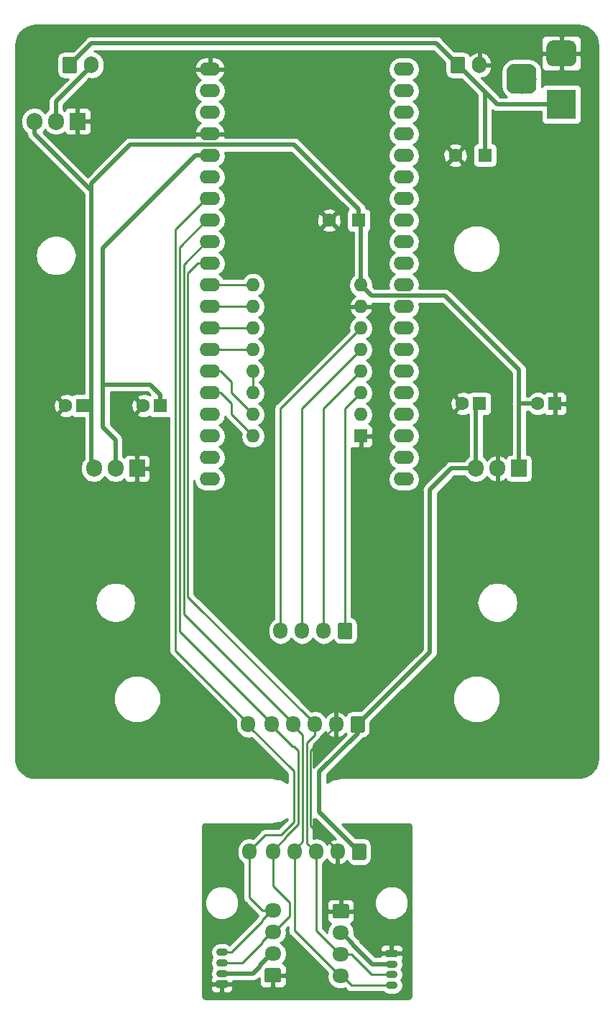
<source format=gbr>
G04 #@! TF.GenerationSoftware,KiCad,Pcbnew,(5.0.1-3-g963ef8bb5)*
G04 #@! TF.CreationDate,2018-11-18T00:16:36+02:00*
G04 #@! TF.ProjectId,volaser,766F6C617365722E6B696361645F7063,rev?*
G04 #@! TF.SameCoordinates,Original*
G04 #@! TF.FileFunction,Copper,L1,Top,Signal*
G04 #@! TF.FilePolarity,Positive*
%FSLAX46Y46*%
G04 Gerber Fmt 4.6, Leading zero omitted, Abs format (unit mm)*
G04 Created by KiCad (PCBNEW (5.0.1-3-g963ef8bb5)) date Sunday, November 18, 2018 at 12:16:36 AM*
%MOMM*%
%LPD*%
G01*
G04 APERTURE LIST*
G04 #@! TA.AperFunction,Conductor*
%ADD10C,0.100000*%
G04 #@! TD*
G04 #@! TA.AperFunction,ComponentPad*
%ADD11C,1.700000*%
G04 #@! TD*
G04 #@! TA.AperFunction,ComponentPad*
%ADD12O,1.700000X1.950000*%
G04 #@! TD*
G04 #@! TA.AperFunction,ComponentPad*
%ADD13R,3.500000X3.500000*%
G04 #@! TD*
G04 #@! TA.AperFunction,ComponentPad*
%ADD14C,3.000000*%
G04 #@! TD*
G04 #@! TA.AperFunction,ComponentPad*
%ADD15C,3.500000*%
G04 #@! TD*
G04 #@! TA.AperFunction,ComponentPad*
%ADD16R,1.600000X1.600000*%
G04 #@! TD*
G04 #@! TA.AperFunction,ComponentPad*
%ADD17O,1.600000X1.600000*%
G04 #@! TD*
G04 #@! TA.AperFunction,ComponentPad*
%ADD18O,1.905000X2.000000*%
G04 #@! TD*
G04 #@! TA.AperFunction,ComponentPad*
%ADD19R,1.905000X2.000000*%
G04 #@! TD*
G04 #@! TA.AperFunction,ComponentPad*
%ADD20O,2.400000X1.600000*%
G04 #@! TD*
G04 #@! TA.AperFunction,ComponentPad*
%ADD21O,1.700000X2.000000*%
G04 #@! TD*
G04 #@! TA.AperFunction,ComponentPad*
%ADD22C,1.600000*%
G04 #@! TD*
G04 #@! TA.AperFunction,ComponentPad*
%ADD23O,1.950000X1.700000*%
G04 #@! TD*
G04 #@! TA.AperFunction,ComponentPad*
%ADD24O,1.400000X0.900000*%
G04 #@! TD*
G04 #@! TA.AperFunction,ComponentPad*
%ADD25C,0.900000*%
G04 #@! TD*
G04 #@! TA.AperFunction,Conductor*
%ADD26C,0.250000*%
G04 #@! TD*
G04 #@! TA.AperFunction,Conductor*
%ADD27C,0.500000*%
G04 #@! TD*
G04 #@! TA.AperFunction,Conductor*
%ADD28C,0.254000*%
G04 #@! TD*
G04 APERTURE END LIST*
D10*
G04 #@! TO.N,+5V*
G04 #@! TO.C,S1*
G36*
X111784504Y-137026204D02*
X111808773Y-137029804D01*
X111832571Y-137035765D01*
X111855671Y-137044030D01*
X111877849Y-137054520D01*
X111898893Y-137067133D01*
X111918598Y-137081747D01*
X111936777Y-137098223D01*
X111953253Y-137116402D01*
X111967867Y-137136107D01*
X111980480Y-137157151D01*
X111990970Y-137179329D01*
X111999235Y-137202429D01*
X112005196Y-137226227D01*
X112008796Y-137250496D01*
X112010000Y-137275000D01*
X112010000Y-138725000D01*
X112008796Y-138749504D01*
X112005196Y-138773773D01*
X111999235Y-138797571D01*
X111990970Y-138820671D01*
X111980480Y-138842849D01*
X111967867Y-138863893D01*
X111953253Y-138883598D01*
X111936777Y-138901777D01*
X111918598Y-138918253D01*
X111898893Y-138932867D01*
X111877849Y-138945480D01*
X111855671Y-138955970D01*
X111832571Y-138964235D01*
X111808773Y-138970196D01*
X111784504Y-138973796D01*
X111760000Y-138975000D01*
X110560000Y-138975000D01*
X110535496Y-138973796D01*
X110511227Y-138970196D01*
X110487429Y-138964235D01*
X110464329Y-138955970D01*
X110442151Y-138945480D01*
X110421107Y-138932867D01*
X110401402Y-138918253D01*
X110383223Y-138901777D01*
X110366747Y-138883598D01*
X110352133Y-138863893D01*
X110339520Y-138842849D01*
X110329030Y-138820671D01*
X110320765Y-138797571D01*
X110314804Y-138773773D01*
X110311204Y-138749504D01*
X110310000Y-138725000D01*
X110310000Y-137275000D01*
X110311204Y-137250496D01*
X110314804Y-137226227D01*
X110320765Y-137202429D01*
X110329030Y-137179329D01*
X110339520Y-137157151D01*
X110352133Y-137136107D01*
X110366747Y-137116402D01*
X110383223Y-137098223D01*
X110401402Y-137081747D01*
X110421107Y-137067133D01*
X110442151Y-137054520D01*
X110464329Y-137044030D01*
X110487429Y-137035765D01*
X110511227Y-137029804D01*
X110535496Y-137026204D01*
X110560000Y-137025000D01*
X111760000Y-137025000D01*
X111784504Y-137026204D01*
X111784504Y-137026204D01*
G37*
D11*
G04 #@! TD*
G04 #@! TO.P,S1,1*
G04 #@! TO.N,+5V*
X111160000Y-138000000D03*
D12*
G04 #@! TO.P,S1,2*
G04 #@! TO.N,GND*
X108620000Y-138000000D03*
G04 #@! TO.P,S1,3*
G04 #@! TO.N,/LaserV_RX*
X106080000Y-138000000D03*
G04 #@! TO.P,S1,4*
G04 #@! TO.N,/LaserV_TX*
X103540000Y-138000000D03*
G04 #@! TO.P,S1,5*
G04 #@! TO.N,/LaserH_RX*
X101000000Y-138000000D03*
G04 #@! TO.P,S1,6*
G04 #@! TO.N,/LaserH_TX*
X98260000Y-138000000D03*
G04 #@! TD*
D13*
G04 #@! TO.P,J4,1*
G04 #@! TO.N,Net-(BT1-Pad1)*
X135000000Y-50000000D03*
D10*
G04 #@! TD*
G04 #@! TO.N,GND*
G04 #@! TO.C,J4*
G36*
X136073513Y-42503611D02*
X136146318Y-42514411D01*
X136217714Y-42532295D01*
X136287013Y-42557090D01*
X136353548Y-42588559D01*
X136416678Y-42626398D01*
X136475795Y-42670242D01*
X136530330Y-42719670D01*
X136579758Y-42774205D01*
X136623602Y-42833322D01*
X136661441Y-42896452D01*
X136692910Y-42962987D01*
X136717705Y-43032286D01*
X136735589Y-43103682D01*
X136746389Y-43176487D01*
X136750000Y-43250000D01*
X136750000Y-44750000D01*
X136746389Y-44823513D01*
X136735589Y-44896318D01*
X136717705Y-44967714D01*
X136692910Y-45037013D01*
X136661441Y-45103548D01*
X136623602Y-45166678D01*
X136579758Y-45225795D01*
X136530330Y-45280330D01*
X136475795Y-45329758D01*
X136416678Y-45373602D01*
X136353548Y-45411441D01*
X136287013Y-45442910D01*
X136217714Y-45467705D01*
X136146318Y-45485589D01*
X136073513Y-45496389D01*
X136000000Y-45500000D01*
X134000000Y-45500000D01*
X133926487Y-45496389D01*
X133853682Y-45485589D01*
X133782286Y-45467705D01*
X133712987Y-45442910D01*
X133646452Y-45411441D01*
X133583322Y-45373602D01*
X133524205Y-45329758D01*
X133469670Y-45280330D01*
X133420242Y-45225795D01*
X133376398Y-45166678D01*
X133338559Y-45103548D01*
X133307090Y-45037013D01*
X133282295Y-44967714D01*
X133264411Y-44896318D01*
X133253611Y-44823513D01*
X133250000Y-44750000D01*
X133250000Y-43250000D01*
X133253611Y-43176487D01*
X133264411Y-43103682D01*
X133282295Y-43032286D01*
X133307090Y-42962987D01*
X133338559Y-42896452D01*
X133376398Y-42833322D01*
X133420242Y-42774205D01*
X133469670Y-42719670D01*
X133524205Y-42670242D01*
X133583322Y-42626398D01*
X133646452Y-42588559D01*
X133712987Y-42557090D01*
X133782286Y-42532295D01*
X133853682Y-42514411D01*
X133926487Y-42503611D01*
X134000000Y-42500000D01*
X136000000Y-42500000D01*
X136073513Y-42503611D01*
X136073513Y-42503611D01*
G37*
D14*
G04 #@! TO.P,J4,2*
G04 #@! TO.N,GND*
X135000000Y-44000000D03*
D10*
G04 #@! TD*
G04 #@! TO.N,Net-(J4-Pad3)*
G04 #@! TO.C,J4*
G36*
X131260765Y-45254213D02*
X131345704Y-45266813D01*
X131428999Y-45287677D01*
X131509848Y-45316605D01*
X131587472Y-45353319D01*
X131661124Y-45397464D01*
X131730094Y-45448616D01*
X131793718Y-45506282D01*
X131851384Y-45569906D01*
X131902536Y-45638876D01*
X131946681Y-45712528D01*
X131983395Y-45790152D01*
X132012323Y-45871001D01*
X132033187Y-45954296D01*
X132045787Y-46039235D01*
X132050000Y-46125000D01*
X132050000Y-47875000D01*
X132045787Y-47960765D01*
X132033187Y-48045704D01*
X132012323Y-48128999D01*
X131983395Y-48209848D01*
X131946681Y-48287472D01*
X131902536Y-48361124D01*
X131851384Y-48430094D01*
X131793718Y-48493718D01*
X131730094Y-48551384D01*
X131661124Y-48602536D01*
X131587472Y-48646681D01*
X131509848Y-48683395D01*
X131428999Y-48712323D01*
X131345704Y-48733187D01*
X131260765Y-48745787D01*
X131175000Y-48750000D01*
X129425000Y-48750000D01*
X129339235Y-48745787D01*
X129254296Y-48733187D01*
X129171001Y-48712323D01*
X129090152Y-48683395D01*
X129012528Y-48646681D01*
X128938876Y-48602536D01*
X128869906Y-48551384D01*
X128806282Y-48493718D01*
X128748616Y-48430094D01*
X128697464Y-48361124D01*
X128653319Y-48287472D01*
X128616605Y-48209848D01*
X128587677Y-48128999D01*
X128566813Y-48045704D01*
X128554213Y-47960765D01*
X128550000Y-47875000D01*
X128550000Y-46125000D01*
X128554213Y-46039235D01*
X128566813Y-45954296D01*
X128587677Y-45871001D01*
X128616605Y-45790152D01*
X128653319Y-45712528D01*
X128697464Y-45638876D01*
X128748616Y-45569906D01*
X128806282Y-45506282D01*
X128869906Y-45448616D01*
X128938876Y-45397464D01*
X129012528Y-45353319D01*
X129090152Y-45316605D01*
X129171001Y-45287677D01*
X129254296Y-45266813D01*
X129339235Y-45254213D01*
X129425000Y-45250000D01*
X131175000Y-45250000D01*
X131260765Y-45254213D01*
X131260765Y-45254213D01*
G37*
D15*
G04 #@! TO.P,J4,3*
G04 #@! TO.N,Net-(J4-Pad3)*
X130300000Y-47000000D03*
G04 #@! TD*
D16*
G04 #@! TO.P,A1,1*
G04 #@! TO.N,GND*
X111370000Y-89060000D03*
D17*
G04 #@! TO.P,A1,9*
G04 #@! TO.N,/~ENABLE*
X98670000Y-71280000D03*
G04 #@! TO.P,A1,2*
G04 #@! TO.N,+3V3*
X111370000Y-86520000D03*
G04 #@! TO.P,A1,10*
G04 #@! TO.N,/MS1*
X98670000Y-73820000D03*
G04 #@! TO.P,A1,3*
G04 #@! TO.N,Net-(A1-Pad3)*
X111370000Y-83980000D03*
G04 #@! TO.P,A1,11*
G04 #@! TO.N,/MS2*
X98670000Y-76360000D03*
G04 #@! TO.P,A1,4*
G04 #@! TO.N,Net-(A1-Pad4)*
X111370000Y-81440000D03*
G04 #@! TO.P,A1,12*
G04 #@! TO.N,/MS3*
X98670000Y-78900000D03*
G04 #@! TO.P,A1,5*
G04 #@! TO.N,Net-(A1-Pad5)*
X111370000Y-78900000D03*
G04 #@! TO.P,A1,13*
G04 #@! TO.N,Net-(A1-Pad13)*
X98670000Y-81440000D03*
G04 #@! TO.P,A1,6*
G04 #@! TO.N,Net-(A1-Pad6)*
X111370000Y-76360000D03*
G04 #@! TO.P,A1,14*
G04 #@! TO.N,Net-(A1-Pad13)*
X98670000Y-83980000D03*
G04 #@! TO.P,A1,7*
G04 #@! TO.N,GND*
X111370000Y-73820000D03*
G04 #@! TO.P,A1,15*
G04 #@! TO.N,/STEP*
X98670000Y-86520000D03*
G04 #@! TO.P,A1,8*
G04 #@! TO.N,+BATT*
X111370000Y-71280000D03*
G04 #@! TO.P,A1,16*
G04 #@! TO.N,/DIR*
X98670000Y-89060000D03*
G04 #@! TD*
D18*
G04 #@! TO.P,U1,3*
G04 #@! TO.N,+5V*
X124920000Y-92870000D03*
G04 #@! TO.P,U1,2*
G04 #@! TO.N,GND*
X127460000Y-92870000D03*
D19*
G04 #@! TO.P,U1,1*
G04 #@! TO.N,+BATT*
X130000000Y-92870000D03*
G04 #@! TD*
G04 #@! TO.P,U2,1*
G04 #@! TO.N,GND*
X85000000Y-92870000D03*
D18*
G04 #@! TO.P,U2,2*
G04 #@! TO.N,+3V3*
X82460000Y-92870000D03*
G04 #@! TO.P,U2,3*
G04 #@! TO.N,+BATT*
X79920000Y-92870000D03*
G04 #@! TD*
D20*
G04 #@! TO.P,U3,1*
G04 #@! TO.N,GND*
X93590000Y-45880000D03*
G04 #@! TO.P,U3,2*
G04 #@! TO.N,Net-(U3-Pad2)*
X93590000Y-48420000D03*
G04 #@! TO.P,U3,3*
G04 #@! TO.N,Net-(U3-Pad3)*
X93590000Y-50960000D03*
G04 #@! TO.P,U3,4*
G04 #@! TO.N,GND*
X93590000Y-53500000D03*
G04 #@! TO.P,U3,5*
G04 #@! TO.N,+3V3*
X93590000Y-56040000D03*
G04 #@! TO.P,U3,6*
G04 #@! TO.N,Net-(U3-Pad6)*
X93590000Y-58580000D03*
G04 #@! TO.P,U3,7*
G04 #@! TO.N,/LaserH_TX*
X93590000Y-61120000D03*
G04 #@! TO.P,U3,8*
G04 #@! TO.N,/LaserH_RX*
X93590000Y-63660000D03*
G04 #@! TO.P,U3,9*
G04 #@! TO.N,/LaserV_TX*
X93590000Y-66200000D03*
G04 #@! TO.P,U3,10*
G04 #@! TO.N,/LaserV_RX*
X93590000Y-68740000D03*
G04 #@! TO.P,U3,11*
G04 #@! TO.N,/~ENABLE*
X93590000Y-71280000D03*
G04 #@! TO.P,U3,12*
G04 #@! TO.N,/MS1*
X93590000Y-73820000D03*
G04 #@! TO.P,U3,13*
G04 #@! TO.N,/MS2*
X93590000Y-76360000D03*
G04 #@! TO.P,U3,14*
G04 #@! TO.N,/MS3*
X93590000Y-78900000D03*
G04 #@! TO.P,U3,15*
G04 #@! TO.N,/STEP*
X93590000Y-81440000D03*
G04 #@! TO.P,U3,16*
G04 #@! TO.N,/DIR*
X93590000Y-83980000D03*
G04 #@! TO.P,U3,17*
G04 #@! TO.N,Net-(U3-Pad17)*
X93590000Y-86520000D03*
G04 #@! TO.P,U3,18*
G04 #@! TO.N,Net-(U3-Pad18)*
X93590000Y-89060000D03*
G04 #@! TO.P,U3,19*
G04 #@! TO.N,Net-(U3-Pad19)*
X93590000Y-91600000D03*
G04 #@! TO.P,U3,20*
G04 #@! TO.N,Net-(U3-Pad20)*
X93590000Y-94140000D03*
G04 #@! TO.P,U3,21*
G04 #@! TO.N,Net-(U3-Pad21)*
X116450000Y-94140000D03*
G04 #@! TO.P,U3,22*
G04 #@! TO.N,Net-(U3-Pad22)*
X116450000Y-91600000D03*
G04 #@! TO.P,U3,23*
G04 #@! TO.N,Net-(U3-Pad23)*
X116450000Y-89060000D03*
G04 #@! TO.P,U3,24*
G04 #@! TO.N,Net-(U3-Pad24)*
X116450000Y-86520000D03*
G04 #@! TO.P,U3,25*
G04 #@! TO.N,Net-(U3-Pad25)*
X116450000Y-83980000D03*
G04 #@! TO.P,U3,26*
G04 #@! TO.N,Net-(U3-Pad26)*
X116450000Y-81440000D03*
G04 #@! TO.P,U3,27*
G04 #@! TO.N,Net-(U3-Pad27)*
X116450000Y-78900000D03*
G04 #@! TO.P,U3,28*
G04 #@! TO.N,Net-(U3-Pad28)*
X116450000Y-76360000D03*
G04 #@! TO.P,U3,29*
G04 #@! TO.N,Net-(U3-Pad29)*
X116450000Y-73820000D03*
G04 #@! TO.P,U3,30*
G04 #@! TO.N,Net-(U3-Pad30)*
X116450000Y-71280000D03*
G04 #@! TO.P,U3,31*
G04 #@! TO.N,Net-(U3-Pad31)*
X116450000Y-68740000D03*
G04 #@! TO.P,U3,32*
G04 #@! TO.N,Net-(U3-Pad32)*
X116450000Y-66200000D03*
G04 #@! TO.P,U3,33*
G04 #@! TO.N,Net-(U3-Pad33)*
X116450000Y-63660000D03*
G04 #@! TO.P,U3,34*
G04 #@! TO.N,Net-(U3-Pad34)*
X116450000Y-61120000D03*
G04 #@! TO.P,U3,35*
G04 #@! TO.N,Net-(U3-Pad35)*
X116450000Y-58580000D03*
G04 #@! TO.P,U3,36*
G04 #@! TO.N,Net-(U3-Pad36)*
X116450000Y-56040000D03*
G04 #@! TO.P,U3,37*
G04 #@! TO.N,Net-(U3-Pad37)*
X116450000Y-53500000D03*
G04 #@! TO.P,U3,38*
G04 #@! TO.N,Net-(U3-Pad38)*
X116450000Y-50960000D03*
G04 #@! TO.P,U3,39*
G04 #@! TO.N,Net-(U3-Pad39)*
X116450000Y-48420000D03*
G04 #@! TO.P,U3,40*
G04 #@! TO.N,Net-(U3-Pad40)*
X116450000Y-45880000D03*
G04 #@! TD*
D10*
G04 #@! TO.N,Net-(BT1-Pad1)*
G04 #@! TO.C,BT1*
G36*
X123424504Y-44373204D02*
X123448773Y-44376804D01*
X123472571Y-44382765D01*
X123495671Y-44391030D01*
X123517849Y-44401520D01*
X123538893Y-44414133D01*
X123558598Y-44428747D01*
X123576777Y-44445223D01*
X123593253Y-44463402D01*
X123607867Y-44483107D01*
X123620480Y-44504151D01*
X123630970Y-44526329D01*
X123639235Y-44549429D01*
X123645196Y-44573227D01*
X123648796Y-44597496D01*
X123650000Y-44622000D01*
X123650000Y-46122000D01*
X123648796Y-46146504D01*
X123645196Y-46170773D01*
X123639235Y-46194571D01*
X123630970Y-46217671D01*
X123620480Y-46239849D01*
X123607867Y-46260893D01*
X123593253Y-46280598D01*
X123576777Y-46298777D01*
X123558598Y-46315253D01*
X123538893Y-46329867D01*
X123517849Y-46342480D01*
X123495671Y-46352970D01*
X123472571Y-46361235D01*
X123448773Y-46367196D01*
X123424504Y-46370796D01*
X123400000Y-46372000D01*
X122200000Y-46372000D01*
X122175496Y-46370796D01*
X122151227Y-46367196D01*
X122127429Y-46361235D01*
X122104329Y-46352970D01*
X122082151Y-46342480D01*
X122061107Y-46329867D01*
X122041402Y-46315253D01*
X122023223Y-46298777D01*
X122006747Y-46280598D01*
X121992133Y-46260893D01*
X121979520Y-46239849D01*
X121969030Y-46217671D01*
X121960765Y-46194571D01*
X121954804Y-46170773D01*
X121951204Y-46146504D01*
X121950000Y-46122000D01*
X121950000Y-44622000D01*
X121951204Y-44597496D01*
X121954804Y-44573227D01*
X121960765Y-44549429D01*
X121969030Y-44526329D01*
X121979520Y-44504151D01*
X121992133Y-44483107D01*
X122006747Y-44463402D01*
X122023223Y-44445223D01*
X122041402Y-44428747D01*
X122061107Y-44414133D01*
X122082151Y-44401520D01*
X122104329Y-44391030D01*
X122127429Y-44382765D01*
X122151227Y-44376804D01*
X122175496Y-44373204D01*
X122200000Y-44372000D01*
X123400000Y-44372000D01*
X123424504Y-44373204D01*
X123424504Y-44373204D01*
G37*
D11*
G04 #@! TD*
G04 #@! TO.P,BT1,1*
G04 #@! TO.N,Net-(BT1-Pad1)*
X122800000Y-45372000D03*
D21*
G04 #@! TO.P,BT1,2*
G04 #@! TO.N,GND*
X125340000Y-45372000D03*
G04 #@! TD*
D16*
G04 #@! TO.P,C5,1*
G04 #@! TO.N,+BATT*
X111116000Y-63660000D03*
D22*
G04 #@! TO.P,C5,2*
G04 #@! TO.N,GND*
X107616000Y-63660000D03*
G04 #@! TD*
D10*
G04 #@! TO.N,GND*
G04 #@! TO.C,J1*
G36*
X109749504Y-144151204D02*
X109773773Y-144154804D01*
X109797571Y-144160765D01*
X109820671Y-144169030D01*
X109842849Y-144179520D01*
X109863893Y-144192133D01*
X109883598Y-144206747D01*
X109901777Y-144223223D01*
X109918253Y-144241402D01*
X109932867Y-144261107D01*
X109945480Y-144282151D01*
X109955970Y-144304329D01*
X109964235Y-144327429D01*
X109970196Y-144351227D01*
X109973796Y-144375496D01*
X109975000Y-144400000D01*
X109975000Y-145600000D01*
X109973796Y-145624504D01*
X109970196Y-145648773D01*
X109964235Y-145672571D01*
X109955970Y-145695671D01*
X109945480Y-145717849D01*
X109932867Y-145738893D01*
X109918253Y-145758598D01*
X109901777Y-145776777D01*
X109883598Y-145793253D01*
X109863893Y-145807867D01*
X109842849Y-145820480D01*
X109820671Y-145830970D01*
X109797571Y-145839235D01*
X109773773Y-145845196D01*
X109749504Y-145848796D01*
X109725000Y-145850000D01*
X108275000Y-145850000D01*
X108250496Y-145848796D01*
X108226227Y-145845196D01*
X108202429Y-145839235D01*
X108179329Y-145830970D01*
X108157151Y-145820480D01*
X108136107Y-145807867D01*
X108116402Y-145793253D01*
X108098223Y-145776777D01*
X108081747Y-145758598D01*
X108067133Y-145738893D01*
X108054520Y-145717849D01*
X108044030Y-145695671D01*
X108035765Y-145672571D01*
X108029804Y-145648773D01*
X108026204Y-145624504D01*
X108025000Y-145600000D01*
X108025000Y-144400000D01*
X108026204Y-144375496D01*
X108029804Y-144351227D01*
X108035765Y-144327429D01*
X108044030Y-144304329D01*
X108054520Y-144282151D01*
X108067133Y-144261107D01*
X108081747Y-144241402D01*
X108098223Y-144223223D01*
X108116402Y-144206747D01*
X108136107Y-144192133D01*
X108157151Y-144179520D01*
X108179329Y-144169030D01*
X108202429Y-144160765D01*
X108226227Y-144154804D01*
X108250496Y-144151204D01*
X108275000Y-144150000D01*
X109725000Y-144150000D01*
X109749504Y-144151204D01*
X109749504Y-144151204D01*
G37*
D11*
G04 #@! TD*
G04 #@! TO.P,J1,1*
G04 #@! TO.N,GND*
X109000000Y-145000000D03*
D23*
G04 #@! TO.P,J1,2*
G04 #@! TO.N,+5V*
X109000000Y-147540000D03*
G04 #@! TO.P,J1,3*
G04 #@! TO.N,/LaserV_RX*
X109000000Y-150080000D03*
G04 #@! TO.P,J1,4*
G04 #@! TO.N,/LaserV_TX*
X109000000Y-152620000D03*
G04 #@! TD*
G04 #@! TO.P,J2,4*
G04 #@! TO.N,/LaserH_TX*
X101000000Y-144940000D03*
G04 #@! TO.P,J2,3*
G04 #@! TO.N,/LaserH_RX*
X101000000Y-147480000D03*
G04 #@! TO.P,J2,2*
G04 #@! TO.N,+5V*
X101000000Y-150020000D03*
D10*
G04 #@! TD*
G04 #@! TO.N,GND*
G04 #@! TO.C,J2*
G36*
X101749504Y-151711204D02*
X101773773Y-151714804D01*
X101797571Y-151720765D01*
X101820671Y-151729030D01*
X101842849Y-151739520D01*
X101863893Y-151752133D01*
X101883598Y-151766747D01*
X101901777Y-151783223D01*
X101918253Y-151801402D01*
X101932867Y-151821107D01*
X101945480Y-151842151D01*
X101955970Y-151864329D01*
X101964235Y-151887429D01*
X101970196Y-151911227D01*
X101973796Y-151935496D01*
X101975000Y-151960000D01*
X101975000Y-153160000D01*
X101973796Y-153184504D01*
X101970196Y-153208773D01*
X101964235Y-153232571D01*
X101955970Y-153255671D01*
X101945480Y-153277849D01*
X101932867Y-153298893D01*
X101918253Y-153318598D01*
X101901777Y-153336777D01*
X101883598Y-153353253D01*
X101863893Y-153367867D01*
X101842849Y-153380480D01*
X101820671Y-153390970D01*
X101797571Y-153399235D01*
X101773773Y-153405196D01*
X101749504Y-153408796D01*
X101725000Y-153410000D01*
X100275000Y-153410000D01*
X100250496Y-153408796D01*
X100226227Y-153405196D01*
X100202429Y-153399235D01*
X100179329Y-153390970D01*
X100157151Y-153380480D01*
X100136107Y-153367867D01*
X100116402Y-153353253D01*
X100098223Y-153336777D01*
X100081747Y-153318598D01*
X100067133Y-153298893D01*
X100054520Y-153277849D01*
X100044030Y-153255671D01*
X100035765Y-153232571D01*
X100029804Y-153208773D01*
X100026204Y-153184504D01*
X100025000Y-153160000D01*
X100025000Y-151960000D01*
X100026204Y-151935496D01*
X100029804Y-151911227D01*
X100035765Y-151887429D01*
X100044030Y-151864329D01*
X100054520Y-151842151D01*
X100067133Y-151821107D01*
X100081747Y-151801402D01*
X100098223Y-151783223D01*
X100116402Y-151766747D01*
X100136107Y-151752133D01*
X100157151Y-151739520D01*
X100179329Y-151729030D01*
X100202429Y-151720765D01*
X100226227Y-151714804D01*
X100250496Y-151711204D01*
X100275000Y-151710000D01*
X101725000Y-151710000D01*
X101749504Y-151711204D01*
X101749504Y-151711204D01*
G37*
D11*
G04 #@! TO.P,J2,1*
G04 #@! TO.N,GND*
X101000000Y-152560000D03*
G04 #@! TD*
D24*
G04 #@! TO.P,L1,4*
G04 #@! TO.N,/LaserV_TX*
X115000000Y-153730000D03*
G04 #@! TO.P,L1,3*
G04 #@! TO.N,/LaserV_RX*
X115000000Y-152480000D03*
G04 #@! TO.P,L1,2*
G04 #@! TO.N,+5V*
X115000000Y-151230000D03*
D10*
G04 #@! TD*
G04 #@! TO.N,GND*
G04 #@! TO.C,L1*
G36*
X115497054Y-149531083D02*
X115518895Y-149534323D01*
X115540314Y-149539688D01*
X115561104Y-149547127D01*
X115581064Y-149556568D01*
X115600003Y-149567919D01*
X115617738Y-149581073D01*
X115634099Y-149595901D01*
X115648927Y-149612262D01*
X115662081Y-149629997D01*
X115673432Y-149648936D01*
X115682873Y-149668896D01*
X115690312Y-149689686D01*
X115695677Y-149711105D01*
X115698917Y-149732946D01*
X115700000Y-149755000D01*
X115700000Y-150205000D01*
X115698917Y-150227054D01*
X115695677Y-150248895D01*
X115690312Y-150270314D01*
X115682873Y-150291104D01*
X115673432Y-150311064D01*
X115662081Y-150330003D01*
X115648927Y-150347738D01*
X115634099Y-150364099D01*
X115617738Y-150378927D01*
X115600003Y-150392081D01*
X115581064Y-150403432D01*
X115561104Y-150412873D01*
X115540314Y-150420312D01*
X115518895Y-150425677D01*
X115497054Y-150428917D01*
X115475000Y-150430000D01*
X114525000Y-150430000D01*
X114502946Y-150428917D01*
X114481105Y-150425677D01*
X114459686Y-150420312D01*
X114438896Y-150412873D01*
X114418936Y-150403432D01*
X114399997Y-150392081D01*
X114382262Y-150378927D01*
X114365901Y-150364099D01*
X114351073Y-150347738D01*
X114337919Y-150330003D01*
X114326568Y-150311064D01*
X114317127Y-150291104D01*
X114309688Y-150270314D01*
X114304323Y-150248895D01*
X114301083Y-150227054D01*
X114300000Y-150205000D01*
X114300000Y-149755000D01*
X114301083Y-149732946D01*
X114304323Y-149711105D01*
X114309688Y-149689686D01*
X114317127Y-149668896D01*
X114326568Y-149648936D01*
X114337919Y-149629997D01*
X114351073Y-149612262D01*
X114365901Y-149595901D01*
X114382262Y-149581073D01*
X114399997Y-149567919D01*
X114418936Y-149556568D01*
X114438896Y-149547127D01*
X114459686Y-149539688D01*
X114481105Y-149534323D01*
X114502946Y-149531083D01*
X114525000Y-149530000D01*
X115475000Y-149530000D01*
X115497054Y-149531083D01*
X115497054Y-149531083D01*
G37*
D25*
G04 #@! TO.P,L1,1*
G04 #@! TO.N,GND*
X115000000Y-149980000D03*
G04 #@! TD*
D10*
G04 #@! TO.N,GND*
G04 #@! TO.C,L2*
G36*
X95497054Y-153127083D02*
X95518895Y-153130323D01*
X95540314Y-153135688D01*
X95561104Y-153143127D01*
X95581064Y-153152568D01*
X95600003Y-153163919D01*
X95617738Y-153177073D01*
X95634099Y-153191901D01*
X95648927Y-153208262D01*
X95662081Y-153225997D01*
X95673432Y-153244936D01*
X95682873Y-153264896D01*
X95690312Y-153285686D01*
X95695677Y-153307105D01*
X95698917Y-153328946D01*
X95700000Y-153351000D01*
X95700000Y-153801000D01*
X95698917Y-153823054D01*
X95695677Y-153844895D01*
X95690312Y-153866314D01*
X95682873Y-153887104D01*
X95673432Y-153907064D01*
X95662081Y-153926003D01*
X95648927Y-153943738D01*
X95634099Y-153960099D01*
X95617738Y-153974927D01*
X95600003Y-153988081D01*
X95581064Y-153999432D01*
X95561104Y-154008873D01*
X95540314Y-154016312D01*
X95518895Y-154021677D01*
X95497054Y-154024917D01*
X95475000Y-154026000D01*
X94525000Y-154026000D01*
X94502946Y-154024917D01*
X94481105Y-154021677D01*
X94459686Y-154016312D01*
X94438896Y-154008873D01*
X94418936Y-153999432D01*
X94399997Y-153988081D01*
X94382262Y-153974927D01*
X94365901Y-153960099D01*
X94351073Y-153943738D01*
X94337919Y-153926003D01*
X94326568Y-153907064D01*
X94317127Y-153887104D01*
X94309688Y-153866314D01*
X94304323Y-153844895D01*
X94301083Y-153823054D01*
X94300000Y-153801000D01*
X94300000Y-153351000D01*
X94301083Y-153328946D01*
X94304323Y-153307105D01*
X94309688Y-153285686D01*
X94317127Y-153264896D01*
X94326568Y-153244936D01*
X94337919Y-153225997D01*
X94351073Y-153208262D01*
X94365901Y-153191901D01*
X94382262Y-153177073D01*
X94399997Y-153163919D01*
X94418936Y-153152568D01*
X94438896Y-153143127D01*
X94459686Y-153135688D01*
X94481105Y-153130323D01*
X94502946Y-153127083D01*
X94525000Y-153126000D01*
X95475000Y-153126000D01*
X95497054Y-153127083D01*
X95497054Y-153127083D01*
G37*
D25*
G04 #@! TD*
G04 #@! TO.P,L2,1*
G04 #@! TO.N,GND*
X95000000Y-153576000D03*
D24*
G04 #@! TO.P,L2,2*
G04 #@! TO.N,+5V*
X95000000Y-152326000D03*
G04 #@! TO.P,L2,3*
G04 #@! TO.N,/LaserH_RX*
X95000000Y-151076000D03*
G04 #@! TO.P,L2,4*
G04 #@! TO.N,/LaserH_TX*
X95000000Y-149826000D03*
G04 #@! TD*
D21*
G04 #@! TO.P,SW1,2*
G04 #@! TO.N,Net-(Q1-Pad2)*
X79620000Y-45372000D03*
D10*
G04 #@! TD*
G04 #@! TO.N,Net-(BT1-Pad1)*
G04 #@! TO.C,SW1*
G36*
X77704504Y-44373204D02*
X77728773Y-44376804D01*
X77752571Y-44382765D01*
X77775671Y-44391030D01*
X77797849Y-44401520D01*
X77818893Y-44414133D01*
X77838598Y-44428747D01*
X77856777Y-44445223D01*
X77873253Y-44463402D01*
X77887867Y-44483107D01*
X77900480Y-44504151D01*
X77910970Y-44526329D01*
X77919235Y-44549429D01*
X77925196Y-44573227D01*
X77928796Y-44597496D01*
X77930000Y-44622000D01*
X77930000Y-46122000D01*
X77928796Y-46146504D01*
X77925196Y-46170773D01*
X77919235Y-46194571D01*
X77910970Y-46217671D01*
X77900480Y-46239849D01*
X77887867Y-46260893D01*
X77873253Y-46280598D01*
X77856777Y-46298777D01*
X77838598Y-46315253D01*
X77818893Y-46329867D01*
X77797849Y-46342480D01*
X77775671Y-46352970D01*
X77752571Y-46361235D01*
X77728773Y-46367196D01*
X77704504Y-46370796D01*
X77680000Y-46372000D01*
X76480000Y-46372000D01*
X76455496Y-46370796D01*
X76431227Y-46367196D01*
X76407429Y-46361235D01*
X76384329Y-46352970D01*
X76362151Y-46342480D01*
X76341107Y-46329867D01*
X76321402Y-46315253D01*
X76303223Y-46298777D01*
X76286747Y-46280598D01*
X76272133Y-46260893D01*
X76259520Y-46239849D01*
X76249030Y-46217671D01*
X76240765Y-46194571D01*
X76234804Y-46170773D01*
X76231204Y-46146504D01*
X76230000Y-46122000D01*
X76230000Y-44622000D01*
X76231204Y-44597496D01*
X76234804Y-44573227D01*
X76240765Y-44549429D01*
X76249030Y-44526329D01*
X76259520Y-44504151D01*
X76272133Y-44483107D01*
X76286747Y-44463402D01*
X76303223Y-44445223D01*
X76321402Y-44428747D01*
X76341107Y-44414133D01*
X76362151Y-44401520D01*
X76384329Y-44391030D01*
X76407429Y-44382765D01*
X76431227Y-44376804D01*
X76455496Y-44373204D01*
X76480000Y-44372000D01*
X77680000Y-44372000D01*
X77704504Y-44373204D01*
X77704504Y-44373204D01*
G37*
D11*
G04 #@! TO.P,SW1,1*
G04 #@! TO.N,Net-(BT1-Pad1)*
X77080000Y-45372000D03*
G04 #@! TD*
D10*
G04 #@! TO.N,+5V*
G04 #@! TO.C,J3*
G36*
X111624504Y-122026204D02*
X111648773Y-122029804D01*
X111672571Y-122035765D01*
X111695671Y-122044030D01*
X111717849Y-122054520D01*
X111738893Y-122067133D01*
X111758598Y-122081747D01*
X111776777Y-122098223D01*
X111793253Y-122116402D01*
X111807867Y-122136107D01*
X111820480Y-122157151D01*
X111830970Y-122179329D01*
X111839235Y-122202429D01*
X111845196Y-122226227D01*
X111848796Y-122250496D01*
X111850000Y-122275000D01*
X111850000Y-123725000D01*
X111848796Y-123749504D01*
X111845196Y-123773773D01*
X111839235Y-123797571D01*
X111830970Y-123820671D01*
X111820480Y-123842849D01*
X111807867Y-123863893D01*
X111793253Y-123883598D01*
X111776777Y-123901777D01*
X111758598Y-123918253D01*
X111738893Y-123932867D01*
X111717849Y-123945480D01*
X111695671Y-123955970D01*
X111672571Y-123964235D01*
X111648773Y-123970196D01*
X111624504Y-123973796D01*
X111600000Y-123975000D01*
X110400000Y-123975000D01*
X110375496Y-123973796D01*
X110351227Y-123970196D01*
X110327429Y-123964235D01*
X110304329Y-123955970D01*
X110282151Y-123945480D01*
X110261107Y-123932867D01*
X110241402Y-123918253D01*
X110223223Y-123901777D01*
X110206747Y-123883598D01*
X110192133Y-123863893D01*
X110179520Y-123842849D01*
X110169030Y-123820671D01*
X110160765Y-123797571D01*
X110154804Y-123773773D01*
X110151204Y-123749504D01*
X110150000Y-123725000D01*
X110150000Y-122275000D01*
X110151204Y-122250496D01*
X110154804Y-122226227D01*
X110160765Y-122202429D01*
X110169030Y-122179329D01*
X110179520Y-122157151D01*
X110192133Y-122136107D01*
X110206747Y-122116402D01*
X110223223Y-122098223D01*
X110241402Y-122081747D01*
X110261107Y-122067133D01*
X110282151Y-122054520D01*
X110304329Y-122044030D01*
X110327429Y-122035765D01*
X110351227Y-122029804D01*
X110375496Y-122026204D01*
X110400000Y-122025000D01*
X111600000Y-122025000D01*
X111624504Y-122026204D01*
X111624504Y-122026204D01*
G37*
D11*
G04 #@! TD*
G04 #@! TO.P,J3,1*
G04 #@! TO.N,+5V*
X111000000Y-123000000D03*
D12*
G04 #@! TO.P,J3,2*
G04 #@! TO.N,GND*
X108460000Y-123000000D03*
G04 #@! TO.P,J3,3*
G04 #@! TO.N,/LaserV_RX*
X105920000Y-123000000D03*
G04 #@! TO.P,J3,4*
G04 #@! TO.N,/LaserV_TX*
X103380000Y-123000000D03*
G04 #@! TO.P,J3,5*
G04 #@! TO.N,/LaserH_RX*
X100840000Y-123000000D03*
G04 #@! TO.P,J3,6*
G04 #@! TO.N,/LaserH_TX*
X98100000Y-123000000D03*
G04 #@! TD*
D10*
G04 #@! TO.N,Net-(A1-Pad3)*
G04 #@! TO.C,M1*
G36*
X110164504Y-111026204D02*
X110188773Y-111029804D01*
X110212571Y-111035765D01*
X110235671Y-111044030D01*
X110257849Y-111054520D01*
X110278893Y-111067133D01*
X110298598Y-111081747D01*
X110316777Y-111098223D01*
X110333253Y-111116402D01*
X110347867Y-111136107D01*
X110360480Y-111157151D01*
X110370970Y-111179329D01*
X110379235Y-111202429D01*
X110385196Y-111226227D01*
X110388796Y-111250496D01*
X110390000Y-111275000D01*
X110390000Y-112725000D01*
X110388796Y-112749504D01*
X110385196Y-112773773D01*
X110379235Y-112797571D01*
X110370970Y-112820671D01*
X110360480Y-112842849D01*
X110347867Y-112863893D01*
X110333253Y-112883598D01*
X110316777Y-112901777D01*
X110298598Y-112918253D01*
X110278893Y-112932867D01*
X110257849Y-112945480D01*
X110235671Y-112955970D01*
X110212571Y-112964235D01*
X110188773Y-112970196D01*
X110164504Y-112973796D01*
X110140000Y-112975000D01*
X108940000Y-112975000D01*
X108915496Y-112973796D01*
X108891227Y-112970196D01*
X108867429Y-112964235D01*
X108844329Y-112955970D01*
X108822151Y-112945480D01*
X108801107Y-112932867D01*
X108781402Y-112918253D01*
X108763223Y-112901777D01*
X108746747Y-112883598D01*
X108732133Y-112863893D01*
X108719520Y-112842849D01*
X108709030Y-112820671D01*
X108700765Y-112797571D01*
X108694804Y-112773773D01*
X108691204Y-112749504D01*
X108690000Y-112725000D01*
X108690000Y-111275000D01*
X108691204Y-111250496D01*
X108694804Y-111226227D01*
X108700765Y-111202429D01*
X108709030Y-111179329D01*
X108719520Y-111157151D01*
X108732133Y-111136107D01*
X108746747Y-111116402D01*
X108763223Y-111098223D01*
X108781402Y-111081747D01*
X108801107Y-111067133D01*
X108822151Y-111054520D01*
X108844329Y-111044030D01*
X108867429Y-111035765D01*
X108891227Y-111029804D01*
X108915496Y-111026204D01*
X108940000Y-111025000D01*
X110140000Y-111025000D01*
X110164504Y-111026204D01*
X110164504Y-111026204D01*
G37*
D11*
G04 #@! TD*
G04 #@! TO.P,M1,1*
G04 #@! TO.N,Net-(A1-Pad3)*
X109540000Y-112000000D03*
D12*
G04 #@! TO.P,M1,2*
G04 #@! TO.N,Net-(A1-Pad4)*
X107000000Y-112000000D03*
G04 #@! TO.P,M1,3*
G04 #@! TO.N,Net-(A1-Pad5)*
X104460000Y-112000000D03*
G04 #@! TO.P,M1,4*
G04 #@! TO.N,Net-(A1-Pad6)*
X101920000Y-112000000D03*
G04 #@! TD*
D16*
G04 #@! TO.P,C6,1*
G04 #@! TO.N,Net-(BT1-Pad1)*
X126000000Y-56000000D03*
D22*
G04 #@! TO.P,C6,2*
G04 #@! TO.N,GND*
X122500000Y-56000000D03*
G04 #@! TD*
D16*
G04 #@! TO.P,C1,1*
G04 #@! TO.N,GND*
X134230000Y-85250000D03*
D22*
G04 #@! TO.P,C1,2*
G04 #@! TO.N,+BATT*
X132230000Y-85250000D03*
G04 #@! TD*
G04 #@! TO.P,C2,2*
G04 #@! TO.N,GND*
X123340000Y-85250000D03*
D16*
G04 #@! TO.P,C2,1*
G04 #@! TO.N,+5V*
X125340000Y-85250000D03*
G04 #@! TD*
G04 #@! TO.P,C3,1*
G04 #@! TO.N,+BATT*
X78604000Y-85504000D03*
D22*
G04 #@! TO.P,C3,2*
G04 #@! TO.N,GND*
X76604000Y-85504000D03*
G04 #@! TD*
G04 #@! TO.P,C4,2*
G04 #@! TO.N,GND*
X85748000Y-85504000D03*
D16*
G04 #@! TO.P,C4,1*
G04 #@! TO.N,+3V3*
X87748000Y-85504000D03*
G04 #@! TD*
D19*
G04 #@! TO.P,Q1,1*
G04 #@! TO.N,GND*
X78000000Y-52000000D03*
D18*
G04 #@! TO.P,Q1,2*
G04 #@! TO.N,Net-(Q1-Pad2)*
X75460000Y-52000000D03*
G04 #@! TO.P,Q1,3*
G04 #@! TO.N,+BATT*
X72920000Y-52000000D03*
G04 #@! TD*
D26*
G04 #@! TO.N,GND*
X108460000Y-123125000D02*
X105450010Y-126134990D01*
X108460000Y-123000000D02*
X108460000Y-123125000D01*
X105450010Y-126134990D02*
X105450010Y-134956010D01*
X105450010Y-134956010D02*
X106544000Y-136050000D01*
X108620000Y-137875000D02*
X108620000Y-138000000D01*
X106795000Y-136050000D02*
X108620000Y-137875000D01*
X106544000Y-136050000D02*
X106795000Y-136050000D01*
G04 #@! TO.N,/~ENABLE*
X93590000Y-71280000D02*
X98670000Y-71280000D01*
G04 #@! TO.N,/MS1*
X93590000Y-73820000D02*
X98670000Y-73820000D01*
G04 #@! TO.N,Net-(A1-Pad3)*
X109540000Y-85810000D02*
X111370000Y-83980000D01*
X109540000Y-112000000D02*
X109540000Y-85810000D01*
G04 #@! TO.N,/MS2*
X93590000Y-76360000D02*
X98670000Y-76360000D01*
G04 #@! TO.N,Net-(A1-Pad4)*
X107000000Y-85810000D02*
X111370000Y-81440000D01*
X107000000Y-112000000D02*
X107000000Y-85810000D01*
G04 #@! TO.N,/MS3*
X93590000Y-78900000D02*
X98670000Y-78900000D01*
G04 #@! TO.N,Net-(A1-Pad5)*
X104460000Y-85810000D02*
X111370000Y-78900000D01*
X104460000Y-112000000D02*
X104460000Y-85810000D01*
G04 #@! TO.N,Net-(A1-Pad13)*
X98670000Y-81440000D02*
X98670000Y-83980000D01*
G04 #@! TO.N,Net-(A1-Pad6)*
X101920000Y-85810000D02*
X111370000Y-76360000D01*
X101920000Y-112000000D02*
X101920000Y-85810000D01*
G04 #@! TO.N,/STEP*
X96130000Y-83980000D02*
X98670000Y-86520000D01*
X96130000Y-82710000D02*
X96130000Y-83980000D01*
X94860000Y-81440000D02*
X96130000Y-82710000D01*
X93590000Y-81440000D02*
X94860000Y-81440000D01*
D27*
G04 #@! TO.N,+BATT*
X112620010Y-72530010D02*
X121256010Y-72530010D01*
X111370000Y-71280000D02*
X112620010Y-72530010D01*
X121256010Y-72530010D02*
X130000000Y-81274000D01*
X130000000Y-82710000D02*
X130000000Y-84000000D01*
X130000000Y-81274000D02*
X130000000Y-82710000D01*
X130730000Y-85250000D02*
X130000000Y-85250000D01*
X130000000Y-85250000D02*
X130000000Y-82710000D01*
X130000000Y-92870000D02*
X130000000Y-85250000D01*
X79620000Y-85504000D02*
X79620000Y-92570000D01*
X111370000Y-63914000D02*
X111116000Y-63660000D01*
X111370000Y-71280000D02*
X111370000Y-63914000D01*
X79620000Y-92570000D02*
X79920000Y-92870000D01*
X131098630Y-85250000D02*
X130000000Y-85250000D01*
X132230000Y-85250000D02*
X131098630Y-85250000D01*
X78604000Y-85504000D02*
X79620000Y-85504000D01*
X79620000Y-60200000D02*
X79620000Y-61000000D01*
X72920000Y-53500000D02*
X79620000Y-60200000D01*
X72920000Y-52000000D02*
X72920000Y-53500000D01*
X79620000Y-61000000D02*
X79620000Y-92570000D01*
X111116000Y-62360000D02*
X111116000Y-63660000D01*
X103506010Y-54750010D02*
X111116000Y-62360000D01*
X84192000Y-54750010D02*
X103506010Y-54750010D01*
X79620000Y-59322010D02*
X84192000Y-54750010D01*
X79620000Y-61000000D02*
X79620000Y-59322010D01*
D26*
G04 #@! TO.N,/DIR*
X93590000Y-83980000D02*
X94860000Y-83980000D01*
X96130000Y-86520000D02*
X98670000Y-89060000D01*
X94860000Y-83980000D02*
X96130000Y-85250000D01*
X96130000Y-85250000D02*
X96130000Y-86520000D01*
D27*
G04 #@! TO.N,+5V*
X119498000Y-114502000D02*
X111000000Y-123000000D01*
X110261628Y-137101628D02*
X111160000Y-138000000D01*
X106495347Y-128579653D02*
X106495347Y-133335347D01*
X106495347Y-133335347D02*
X110261628Y-137101628D01*
X111000000Y-124075000D02*
X106495347Y-128579653D01*
X111000000Y-123000000D02*
X111000000Y-124075000D01*
X122038000Y-92870000D02*
X119498000Y-95410000D01*
X124920000Y-92870000D02*
X122038000Y-92870000D01*
X119498000Y-95410000D02*
X119498000Y-114502000D01*
X124920000Y-85670000D02*
X125340000Y-85250000D01*
X124920000Y-92870000D02*
X124920000Y-85670000D01*
X99525000Y-151370000D02*
X100875000Y-150020000D01*
X100875000Y-150020000D02*
X101000000Y-150020000D01*
X99525000Y-151495000D02*
X99525000Y-151370000D01*
X98694000Y-152326000D02*
X99525000Y-151495000D01*
X95000000Y-152326000D02*
X98694000Y-152326000D01*
X109125000Y-147540000D02*
X109000000Y-147540000D01*
X110475000Y-149015000D02*
X110475000Y-148890000D01*
X112690000Y-151230000D02*
X110475000Y-149015000D01*
X110475000Y-148890000D02*
X109125000Y-147540000D01*
X115000000Y-151230000D02*
X112690000Y-151230000D01*
X109000000Y-147540000D02*
X109000000Y-147314966D01*
G04 #@! TO.N,+3V3*
X91890000Y-56040000D02*
X93590000Y-56040000D01*
X81007500Y-66922500D02*
X91890000Y-56040000D01*
X81007500Y-82500000D02*
X81007500Y-66922500D01*
X81007500Y-88047500D02*
X82460000Y-89500000D01*
X82460000Y-92870000D02*
X82460000Y-89500000D01*
X86544000Y-83000000D02*
X81007500Y-83000000D01*
X87748000Y-84204000D02*
X86544000Y-83000000D01*
X81007500Y-83000000D02*
X81007500Y-88047500D01*
X87748000Y-85504000D02*
X87748000Y-84204000D01*
X81007500Y-82500000D02*
X81007500Y-83000000D01*
G04 #@! TO.N,Net-(BT1-Pad1)*
X122800000Y-45372000D02*
X120260000Y-42832000D01*
X79620000Y-42832000D02*
X77080000Y-45372000D01*
X120260000Y-42832000D02*
X79620000Y-42832000D01*
X126000000Y-56000000D02*
X126000000Y-48572000D01*
X127428000Y-50000000D02*
X125428000Y-48000000D01*
X125428000Y-48000000D02*
X122800000Y-45372000D01*
X135000000Y-50000000D02*
X127428000Y-50000000D01*
X126000000Y-48572000D02*
X125428000Y-48000000D01*
D26*
G04 #@! TO.N,/LaserH_TX*
X98260000Y-137875000D02*
X98260000Y-138000000D01*
X100085000Y-136050000D02*
X98260000Y-137875000D01*
X101972000Y-136050000D02*
X100085000Y-136050000D01*
X103496000Y-128521000D02*
X103496000Y-134526000D01*
X98100000Y-123125000D02*
X103496000Y-128521000D01*
X103496000Y-134526000D02*
X101972000Y-136050000D01*
X98100000Y-123000000D02*
X98100000Y-123125000D01*
X93190000Y-61120000D02*
X93590000Y-61120000D01*
X89549990Y-64760010D02*
X93190000Y-61120000D01*
X98100000Y-122875000D02*
X89549990Y-114324990D01*
X89549990Y-114324990D02*
X89549990Y-64760010D01*
X98100000Y-123000000D02*
X98100000Y-122875000D01*
X94929000Y-149826000D02*
X94860000Y-149826000D01*
X100875000Y-144940000D02*
X101000000Y-144940000D01*
X99775000Y-146165000D02*
X99775000Y-146040000D01*
X96114000Y-149826000D02*
X99775000Y-146165000D01*
X99775000Y-146040000D02*
X100875000Y-144940000D01*
X95000000Y-149826000D02*
X96114000Y-149826000D01*
X98260000Y-139225000D02*
X98260000Y-138000000D01*
X99775000Y-144940000D02*
X98260000Y-143425000D01*
X98260000Y-143425000D02*
X98260000Y-139225000D01*
X101000000Y-144940000D02*
X99775000Y-144940000D01*
G04 #@! TO.N,/LaserH_RX*
X101000000Y-137875000D02*
X102571000Y-136304000D01*
X101000000Y-138000000D02*
X101000000Y-137875000D01*
X102571000Y-136304000D02*
X102571000Y-136213000D01*
X102571000Y-136213000D02*
X104004000Y-134780000D01*
X100840000Y-123125000D02*
X100840000Y-123000000D01*
X103351000Y-125636000D02*
X100840000Y-123125000D01*
X103496000Y-125636000D02*
X104004000Y-126144000D01*
X103351000Y-125636000D02*
X103496000Y-125636000D01*
X104004000Y-134780000D02*
X104004000Y-126144000D01*
X93190000Y-63660000D02*
X90000000Y-66850000D01*
X93590000Y-63660000D02*
X93190000Y-63660000D01*
X100840000Y-122875000D02*
X100840000Y-123000000D01*
X90000000Y-112035000D02*
X100840000Y-122875000D01*
X90000000Y-66850000D02*
X90000000Y-112035000D01*
X99775000Y-148580000D02*
X100875000Y-147480000D01*
X99775000Y-148705000D02*
X99775000Y-148580000D01*
X97404000Y-151076000D02*
X99775000Y-148705000D01*
X100875000Y-147480000D02*
X101000000Y-147480000D01*
X95000000Y-151076000D02*
X97404000Y-151076000D01*
X101125000Y-147480000D02*
X103000000Y-145605000D01*
X101000000Y-147480000D02*
X101125000Y-147480000D01*
X103000000Y-145605000D02*
X103000000Y-144000000D01*
X101000000Y-142000000D02*
X101000000Y-138000000D01*
X103000000Y-144000000D02*
X101000000Y-142000000D01*
G04 #@! TO.N,/LaserV_TX*
X104512000Y-136812000D02*
X104512000Y-124257000D01*
X103380000Y-123125000D02*
X103380000Y-123000000D01*
X103540000Y-137784000D02*
X104512000Y-136812000D01*
X104512000Y-124257000D02*
X103380000Y-123125000D01*
X103540000Y-138000000D02*
X103540000Y-137784000D01*
X93190000Y-66200000D02*
X93590000Y-66200000D01*
X90549991Y-68840009D02*
X93190000Y-66200000D01*
X90549991Y-110044991D02*
X90549991Y-68840009D01*
X103380000Y-122875000D02*
X90549991Y-110044991D01*
X103380000Y-123000000D02*
X103380000Y-122875000D01*
X108875000Y-152620000D02*
X109000000Y-152620000D01*
X103540000Y-147285000D02*
X108875000Y-152620000D01*
X103540000Y-138000000D02*
X103540000Y-147285000D01*
X114050000Y-153730000D02*
X115000000Y-153730000D01*
X110235000Y-153730000D02*
X114050000Y-153730000D01*
X109125000Y-152620000D02*
X110235000Y-153730000D01*
X109000000Y-152620000D02*
X109125000Y-152620000D01*
G04 #@! TO.N,/LaserV_RX*
X105000000Y-137000000D02*
X105000000Y-125145000D01*
X105920000Y-124225000D02*
X105920000Y-123000000D01*
X106000000Y-138000000D02*
X105000000Y-137000000D01*
X105000000Y-125145000D02*
X105920000Y-124225000D01*
X106080000Y-138000000D02*
X106000000Y-138000000D01*
X92140000Y-68740000D02*
X91000000Y-69880000D01*
X93590000Y-68740000D02*
X92140000Y-68740000D01*
X91000000Y-107955000D02*
X105920000Y-122875000D01*
X105920000Y-122875000D02*
X105920000Y-123000000D01*
X91000000Y-69880000D02*
X91000000Y-107955000D01*
X108875000Y-150080000D02*
X109000000Y-150080000D01*
X106080000Y-147285000D02*
X108875000Y-150080000D01*
X106080000Y-138000000D02*
X106080000Y-147285000D01*
X114050000Y-152480000D02*
X115000000Y-152480000D01*
X112625000Y-152480000D02*
X114050000Y-152480000D01*
X110225000Y-150080000D02*
X112625000Y-152480000D01*
X109000000Y-150080000D02*
X110225000Y-150080000D01*
D27*
G04 #@! TO.N,Net-(Q1-Pad2)*
X75460000Y-50500000D02*
X75460000Y-52000000D01*
X75460000Y-49682000D02*
X75460000Y-50500000D01*
X79620000Y-45522000D02*
X75460000Y-49682000D01*
X79620000Y-45372000D02*
X79620000Y-45522000D01*
G04 #@! TD*
D28*
G04 #@! TO.N,GND*
G36*
X137525708Y-40776100D02*
X138023212Y-40956685D01*
X138465835Y-41246881D01*
X138829823Y-41631116D01*
X139095658Y-42088784D01*
X139251892Y-42604629D01*
X139290000Y-43031618D01*
X139290001Y-126958744D01*
X139223900Y-127525708D01*
X139043315Y-128023212D01*
X138753118Y-128465834D01*
X138368884Y-128829823D01*
X137911216Y-129095658D01*
X137395371Y-129251892D01*
X136968382Y-129290000D01*
X108930074Y-129290000D01*
X108893274Y-129297320D01*
X108874913Y-129297320D01*
X108866334Y-129298602D01*
X108306025Y-129385843D01*
X108213858Y-129414021D01*
X108121389Y-129441061D01*
X108113514Y-129444699D01*
X107600212Y-129685694D01*
X107519652Y-129738612D01*
X107438495Y-129790514D01*
X107431958Y-129796216D01*
X107380347Y-129841797D01*
X107380347Y-128946231D01*
X111564156Y-124762423D01*
X111638049Y-124713049D01*
X111698593Y-124622440D01*
X111713705Y-124599822D01*
X111943435Y-124554126D01*
X112234586Y-124359586D01*
X112429126Y-124068435D01*
X112497440Y-123725000D01*
X112497440Y-122754138D01*
X115805549Y-119446029D01*
X122215000Y-119446029D01*
X122215000Y-120553971D01*
X122638991Y-121577576D01*
X123422424Y-122361009D01*
X124446029Y-122785000D01*
X125553971Y-122785000D01*
X126577576Y-122361009D01*
X127361009Y-121577576D01*
X127785000Y-120553971D01*
X127785000Y-119446029D01*
X127361009Y-118422424D01*
X126577576Y-117638991D01*
X125553971Y-117215000D01*
X124446029Y-117215000D01*
X123422424Y-117638991D01*
X122638991Y-118422424D01*
X122215000Y-119446029D01*
X115805549Y-119446029D01*
X120062156Y-115189423D01*
X120136049Y-115140049D01*
X120331652Y-114847310D01*
X120383000Y-114589165D01*
X120383000Y-114589161D01*
X120400337Y-114502000D01*
X120383000Y-114414839D01*
X120383000Y-108670000D01*
X125028276Y-108670000D01*
X125213380Y-109600580D01*
X125740511Y-110389489D01*
X126529420Y-110916620D01*
X127225103Y-111055000D01*
X127694897Y-111055000D01*
X128390580Y-110916620D01*
X129179489Y-110389489D01*
X129706620Y-109600580D01*
X129891724Y-108670000D01*
X129706620Y-107739420D01*
X129179489Y-106950511D01*
X128390580Y-106423380D01*
X127694897Y-106285000D01*
X127225103Y-106285000D01*
X126529420Y-106423380D01*
X125740511Y-106950511D01*
X125213380Y-107739420D01*
X125028276Y-108670000D01*
X120383000Y-108670000D01*
X120383000Y-95776578D01*
X122404579Y-93755000D01*
X123570332Y-93755000D01*
X123775477Y-94062023D01*
X124300589Y-94412891D01*
X124920000Y-94536100D01*
X125539410Y-94412891D01*
X126064523Y-94062023D01*
X126199159Y-93860526D01*
X126593076Y-94245973D01*
X127087020Y-94460563D01*
X127333000Y-94340594D01*
X127333000Y-92997000D01*
X127313000Y-92997000D01*
X127313000Y-92743000D01*
X127333000Y-92743000D01*
X127333000Y-91399406D01*
X127087020Y-91279437D01*
X126593076Y-91494027D01*
X126199159Y-91879474D01*
X126064523Y-91677977D01*
X125805000Y-91504570D01*
X125805000Y-86697440D01*
X126140000Y-86697440D01*
X126387765Y-86648157D01*
X126597809Y-86507809D01*
X126738157Y-86297765D01*
X126787440Y-86050000D01*
X126787440Y-84450000D01*
X126738157Y-84202235D01*
X126597809Y-83992191D01*
X126387765Y-83851843D01*
X126140000Y-83802560D01*
X124540000Y-83802560D01*
X124292235Y-83851843D01*
X124082484Y-83991995D01*
X123556777Y-83803035D01*
X122986546Y-83830222D01*
X122585995Y-83996136D01*
X122511861Y-84242255D01*
X123340000Y-85070395D01*
X123354142Y-85056252D01*
X123533748Y-85235858D01*
X123519605Y-85250000D01*
X123533748Y-85264143D01*
X123354142Y-85443748D01*
X123340000Y-85429605D01*
X122511861Y-86257745D01*
X122585995Y-86503864D01*
X123123223Y-86696965D01*
X123693454Y-86669778D01*
X124035001Y-86528304D01*
X124035000Y-91504570D01*
X123775477Y-91677977D01*
X123570331Y-91985000D01*
X122125159Y-91985000D01*
X122037999Y-91967663D01*
X121950839Y-91985000D01*
X121950835Y-91985000D01*
X121692690Y-92036348D01*
X121692688Y-92036349D01*
X121692689Y-92036349D01*
X121473845Y-92182576D01*
X121473844Y-92182577D01*
X121399951Y-92231951D01*
X121350577Y-92305844D01*
X118933847Y-94722575D01*
X118859951Y-94771951D01*
X118664348Y-95064691D01*
X118613000Y-95322836D01*
X118613000Y-95322839D01*
X118595663Y-95410000D01*
X118613000Y-95497161D01*
X118613001Y-114135420D01*
X111370862Y-121377560D01*
X110400000Y-121377560D01*
X110056565Y-121445874D01*
X109765414Y-121640414D01*
X109571059Y-121931288D01*
X109331193Y-121672503D01*
X108816890Y-121433524D01*
X108587000Y-121554845D01*
X108587000Y-122873000D01*
X108607000Y-122873000D01*
X108607000Y-123127000D01*
X108587000Y-123127000D01*
X108587000Y-124445155D01*
X108816890Y-124566476D01*
X109331193Y-124327497D01*
X109571059Y-124068712D01*
X109644619Y-124178802D01*
X105931194Y-127892228D01*
X105857298Y-127941604D01*
X105760000Y-128087220D01*
X105760000Y-125459802D01*
X106404476Y-124815327D01*
X106467929Y-124772929D01*
X106510327Y-124709476D01*
X106510329Y-124709474D01*
X106635903Y-124521538D01*
X106635904Y-124521537D01*
X106656297Y-124419015D01*
X106990625Y-124195625D01*
X107191912Y-123894378D01*
X107194947Y-123902571D01*
X107588807Y-124327497D01*
X108103110Y-124566476D01*
X108333000Y-124445155D01*
X108333000Y-123127000D01*
X108313000Y-123127000D01*
X108313000Y-122873000D01*
X108333000Y-122873000D01*
X108333000Y-121554845D01*
X108103110Y-121433524D01*
X107588807Y-121672503D01*
X107194947Y-122097429D01*
X107191912Y-122105622D01*
X106990625Y-121804375D01*
X106499418Y-121476161D01*
X105920000Y-121360908D01*
X105553594Y-121433791D01*
X95848547Y-111728745D01*
X100435000Y-111728745D01*
X100435000Y-112271256D01*
X100521161Y-112704418D01*
X100849375Y-113195625D01*
X101340583Y-113523839D01*
X101920000Y-113639092D01*
X102499418Y-113523839D01*
X102990625Y-113195625D01*
X103190000Y-112897239D01*
X103389375Y-113195625D01*
X103880582Y-113523839D01*
X104460000Y-113639092D01*
X105039417Y-113523839D01*
X105530625Y-113195625D01*
X105730000Y-112897239D01*
X105929375Y-113195625D01*
X106420582Y-113523839D01*
X107000000Y-113639092D01*
X107579417Y-113523839D01*
X108070625Y-113195625D01*
X108133242Y-113101912D01*
X108305414Y-113359586D01*
X108596565Y-113554126D01*
X108940000Y-113622440D01*
X110140000Y-113622440D01*
X110483435Y-113554126D01*
X110774586Y-113359586D01*
X110969126Y-113068435D01*
X111037440Y-112725000D01*
X111037440Y-111275000D01*
X110969126Y-110931565D01*
X110774586Y-110640414D01*
X110483435Y-110445874D01*
X110300000Y-110409386D01*
X110300000Y-90435481D01*
X110443691Y-90495000D01*
X111084250Y-90495000D01*
X111243000Y-90336250D01*
X111243000Y-89187000D01*
X111497000Y-89187000D01*
X111497000Y-90336250D01*
X111655750Y-90495000D01*
X112296309Y-90495000D01*
X112529698Y-90398327D01*
X112708327Y-90219699D01*
X112805000Y-89986310D01*
X112805000Y-89345750D01*
X112646250Y-89187000D01*
X111497000Y-89187000D01*
X111243000Y-89187000D01*
X111223000Y-89187000D01*
X111223000Y-88933000D01*
X111243000Y-88933000D01*
X111243000Y-88913000D01*
X111497000Y-88913000D01*
X111497000Y-88933000D01*
X112646250Y-88933000D01*
X112805000Y-88774250D01*
X112805000Y-88133690D01*
X112708327Y-87900301D01*
X112529698Y-87721673D01*
X112298082Y-87625735D01*
X112404577Y-87554577D01*
X112721740Y-87079909D01*
X112833113Y-86520000D01*
X112721740Y-85960091D01*
X112404577Y-85485423D01*
X112052242Y-85250000D01*
X112404577Y-85014577D01*
X112721740Y-84539909D01*
X112833113Y-83980000D01*
X112721740Y-83420091D01*
X112404577Y-82945423D01*
X112052242Y-82710000D01*
X112404577Y-82474577D01*
X112721740Y-81999909D01*
X112833113Y-81440000D01*
X112721740Y-80880091D01*
X112404577Y-80405423D01*
X112052242Y-80170000D01*
X112404577Y-79934577D01*
X112721740Y-79459909D01*
X112833113Y-78900000D01*
X112721740Y-78340091D01*
X112404577Y-77865423D01*
X112052242Y-77630000D01*
X112404577Y-77394577D01*
X112721740Y-76919909D01*
X112833113Y-76360000D01*
X112721740Y-75800091D01*
X112404577Y-75325423D01*
X112020892Y-75069053D01*
X112225134Y-74972389D01*
X112601041Y-74557423D01*
X112761904Y-74169039D01*
X112639915Y-73947000D01*
X111497000Y-73947000D01*
X111497000Y-73967000D01*
X111243000Y-73967000D01*
X111243000Y-73947000D01*
X110100085Y-73947000D01*
X109978096Y-74169039D01*
X110138959Y-74557423D01*
X110514866Y-74972389D01*
X110719108Y-75069053D01*
X110335423Y-75325423D01*
X110018260Y-75800091D01*
X109906887Y-76360000D01*
X109971312Y-76683886D01*
X101435528Y-85219671D01*
X101372072Y-85262071D01*
X101329672Y-85325527D01*
X101329671Y-85325528D01*
X101204097Y-85513463D01*
X101145112Y-85810000D01*
X101160001Y-85884852D01*
X101160000Y-110596822D01*
X100849375Y-110804375D01*
X100521161Y-111295583D01*
X100435000Y-111728745D01*
X95848547Y-111728745D01*
X91760000Y-107640199D01*
X91760000Y-94306470D01*
X91838260Y-94699909D01*
X92155423Y-95174577D01*
X92630091Y-95491740D01*
X93048667Y-95575000D01*
X94131333Y-95575000D01*
X94549909Y-95491740D01*
X95024577Y-95174577D01*
X95341740Y-94699909D01*
X95453113Y-94140000D01*
X95341740Y-93580091D01*
X95024577Y-93105423D01*
X94672242Y-92870000D01*
X95024577Y-92634577D01*
X95341740Y-92159909D01*
X95453113Y-91600000D01*
X95341740Y-91040091D01*
X95024577Y-90565423D01*
X94672242Y-90330000D01*
X95024577Y-90094577D01*
X95341740Y-89619909D01*
X95453113Y-89060000D01*
X95341740Y-88500091D01*
X95024577Y-88025423D01*
X94672242Y-87790000D01*
X95024577Y-87554577D01*
X95341740Y-87079909D01*
X95404113Y-86766342D01*
X95414097Y-86816537D01*
X95471307Y-86902157D01*
X95582072Y-87067929D01*
X95645528Y-87110329D01*
X97271312Y-88736114D01*
X97206887Y-89060000D01*
X97318260Y-89619909D01*
X97635423Y-90094577D01*
X98110091Y-90411740D01*
X98528667Y-90495000D01*
X98811333Y-90495000D01*
X99229909Y-90411740D01*
X99704577Y-90094577D01*
X100021740Y-89619909D01*
X100133113Y-89060000D01*
X100021740Y-88500091D01*
X99704577Y-88025423D01*
X99352242Y-87790000D01*
X99704577Y-87554577D01*
X100021740Y-87079909D01*
X100133113Y-86520000D01*
X100021740Y-85960091D01*
X99704577Y-85485423D01*
X99352242Y-85250000D01*
X99704577Y-85014577D01*
X100021740Y-84539909D01*
X100133113Y-83980000D01*
X100021740Y-83420091D01*
X99704577Y-82945423D01*
X99430000Y-82761957D01*
X99430000Y-82658043D01*
X99704577Y-82474577D01*
X100021740Y-81999909D01*
X100133113Y-81440000D01*
X100021740Y-80880091D01*
X99704577Y-80405423D01*
X99352242Y-80170000D01*
X99704577Y-79934577D01*
X100021740Y-79459909D01*
X100133113Y-78900000D01*
X100021740Y-78340091D01*
X99704577Y-77865423D01*
X99352242Y-77630000D01*
X99704577Y-77394577D01*
X100021740Y-76919909D01*
X100133113Y-76360000D01*
X100021740Y-75800091D01*
X99704577Y-75325423D01*
X99352242Y-75090000D01*
X99704577Y-74854577D01*
X100021740Y-74379909D01*
X100133113Y-73820000D01*
X100021740Y-73260091D01*
X99704577Y-72785423D01*
X99352242Y-72550000D01*
X99704577Y-72314577D01*
X100021740Y-71839909D01*
X100133113Y-71280000D01*
X100021740Y-70720091D01*
X99704577Y-70245423D01*
X99229909Y-69928260D01*
X98811333Y-69845000D01*
X98528667Y-69845000D01*
X98110091Y-69928260D01*
X97635423Y-70245423D01*
X97451957Y-70520000D01*
X95208043Y-70520000D01*
X95024577Y-70245423D01*
X94672242Y-70010000D01*
X95024577Y-69774577D01*
X95341740Y-69299909D01*
X95453113Y-68740000D01*
X95341740Y-68180091D01*
X95024577Y-67705423D01*
X94672242Y-67470000D01*
X95024577Y-67234577D01*
X95341740Y-66759909D01*
X95453113Y-66200000D01*
X95341740Y-65640091D01*
X95024577Y-65165423D01*
X94672242Y-64930000D01*
X95024577Y-64694577D01*
X95042505Y-64667745D01*
X106787861Y-64667745D01*
X106861995Y-64913864D01*
X107399223Y-65106965D01*
X107969454Y-65079778D01*
X108370005Y-64913864D01*
X108444139Y-64667745D01*
X107616000Y-63839605D01*
X106787861Y-64667745D01*
X95042505Y-64667745D01*
X95341740Y-64219909D01*
X95453113Y-63660000D01*
X95409994Y-63443223D01*
X106169035Y-63443223D01*
X106196222Y-64013454D01*
X106362136Y-64414005D01*
X106608255Y-64488139D01*
X107436395Y-63660000D01*
X107795605Y-63660000D01*
X108623745Y-64488139D01*
X108869864Y-64414005D01*
X109062965Y-63876777D01*
X109035778Y-63306546D01*
X108869864Y-62905995D01*
X108623745Y-62831861D01*
X107795605Y-63660000D01*
X107436395Y-63660000D01*
X106608255Y-62831861D01*
X106362136Y-62905995D01*
X106169035Y-63443223D01*
X95409994Y-63443223D01*
X95341740Y-63100091D01*
X95042506Y-62652255D01*
X106787861Y-62652255D01*
X107616000Y-63480395D01*
X108444139Y-62652255D01*
X108370005Y-62406136D01*
X107832777Y-62213035D01*
X107262546Y-62240222D01*
X106861995Y-62406136D01*
X106787861Y-62652255D01*
X95042506Y-62652255D01*
X95024577Y-62625423D01*
X94672242Y-62390000D01*
X95024577Y-62154577D01*
X95341740Y-61679909D01*
X95453113Y-61120000D01*
X95341740Y-60560091D01*
X95024577Y-60085423D01*
X94672242Y-59850000D01*
X95024577Y-59614577D01*
X95341740Y-59139909D01*
X95453113Y-58580000D01*
X95341740Y-58020091D01*
X95024577Y-57545423D01*
X94672242Y-57310000D01*
X95024577Y-57074577D01*
X95341740Y-56599909D01*
X95453113Y-56040000D01*
X95372555Y-55635010D01*
X103139432Y-55635010D01*
X109887217Y-62382796D01*
X109858191Y-62402191D01*
X109717843Y-62612235D01*
X109668560Y-62860000D01*
X109668560Y-64460000D01*
X109717843Y-64707765D01*
X109858191Y-64917809D01*
X110068235Y-65058157D01*
X110316000Y-65107440D01*
X110485001Y-65107440D01*
X110485000Y-70145479D01*
X110335423Y-70245423D01*
X110018260Y-70720091D01*
X109906887Y-71280000D01*
X110018260Y-71839909D01*
X110335423Y-72314577D01*
X110719108Y-72570947D01*
X110514866Y-72667611D01*
X110138959Y-73082577D01*
X109978096Y-73470961D01*
X110100085Y-73693000D01*
X111243000Y-73693000D01*
X111243000Y-73673000D01*
X111497000Y-73673000D01*
X111497000Y-73693000D01*
X112639915Y-73693000D01*
X112761904Y-73470961D01*
X112738730Y-73415010D01*
X114667445Y-73415010D01*
X114586887Y-73820000D01*
X114698260Y-74379909D01*
X115015423Y-74854577D01*
X115367758Y-75090000D01*
X115015423Y-75325423D01*
X114698260Y-75800091D01*
X114586887Y-76360000D01*
X114698260Y-76919909D01*
X115015423Y-77394577D01*
X115367758Y-77630000D01*
X115015423Y-77865423D01*
X114698260Y-78340091D01*
X114586887Y-78900000D01*
X114698260Y-79459909D01*
X115015423Y-79934577D01*
X115367758Y-80170000D01*
X115015423Y-80405423D01*
X114698260Y-80880091D01*
X114586887Y-81440000D01*
X114698260Y-81999909D01*
X115015423Y-82474577D01*
X115367758Y-82710000D01*
X115015423Y-82945423D01*
X114698260Y-83420091D01*
X114586887Y-83980000D01*
X114698260Y-84539909D01*
X115015423Y-85014577D01*
X115367758Y-85250000D01*
X115015423Y-85485423D01*
X114698260Y-85960091D01*
X114586887Y-86520000D01*
X114698260Y-87079909D01*
X115015423Y-87554577D01*
X115367758Y-87790000D01*
X115015423Y-88025423D01*
X114698260Y-88500091D01*
X114586887Y-89060000D01*
X114698260Y-89619909D01*
X115015423Y-90094577D01*
X115367758Y-90330000D01*
X115015423Y-90565423D01*
X114698260Y-91040091D01*
X114586887Y-91600000D01*
X114698260Y-92159909D01*
X115015423Y-92634577D01*
X115367758Y-92870000D01*
X115015423Y-93105423D01*
X114698260Y-93580091D01*
X114586887Y-94140000D01*
X114698260Y-94699909D01*
X115015423Y-95174577D01*
X115490091Y-95491740D01*
X115908667Y-95575000D01*
X116991333Y-95575000D01*
X117409909Y-95491740D01*
X117884577Y-95174577D01*
X118201740Y-94699909D01*
X118313113Y-94140000D01*
X118201740Y-93580091D01*
X117884577Y-93105423D01*
X117532242Y-92870000D01*
X117884577Y-92634577D01*
X118201740Y-92159909D01*
X118313113Y-91600000D01*
X118201740Y-91040091D01*
X117884577Y-90565423D01*
X117532242Y-90330000D01*
X117884577Y-90094577D01*
X118201740Y-89619909D01*
X118313113Y-89060000D01*
X118201740Y-88500091D01*
X117884577Y-88025423D01*
X117532242Y-87790000D01*
X117884577Y-87554577D01*
X118201740Y-87079909D01*
X118313113Y-86520000D01*
X118201740Y-85960091D01*
X117884577Y-85485423D01*
X117532242Y-85250000D01*
X117856671Y-85033223D01*
X121893035Y-85033223D01*
X121920222Y-85603454D01*
X122086136Y-86004005D01*
X122332255Y-86078139D01*
X123160395Y-85250000D01*
X122332255Y-84421861D01*
X122086136Y-84495995D01*
X121893035Y-85033223D01*
X117856671Y-85033223D01*
X117884577Y-85014577D01*
X118201740Y-84539909D01*
X118313113Y-83980000D01*
X118201740Y-83420091D01*
X117884577Y-82945423D01*
X117532242Y-82710000D01*
X117884577Y-82474577D01*
X118201740Y-81999909D01*
X118313113Y-81440000D01*
X118201740Y-80880091D01*
X117884577Y-80405423D01*
X117532242Y-80170000D01*
X117884577Y-79934577D01*
X118201740Y-79459909D01*
X118313113Y-78900000D01*
X118201740Y-78340091D01*
X117884577Y-77865423D01*
X117532242Y-77630000D01*
X117884577Y-77394577D01*
X118201740Y-76919909D01*
X118313113Y-76360000D01*
X118201740Y-75800091D01*
X117884577Y-75325423D01*
X117532242Y-75090000D01*
X117884577Y-74854577D01*
X118201740Y-74379909D01*
X118313113Y-73820000D01*
X118232555Y-73415010D01*
X120889432Y-73415010D01*
X129115000Y-81640579D01*
X129115001Y-82622832D01*
X129115000Y-82622836D01*
X129115001Y-83370348D01*
X129115000Y-85162835D01*
X129097662Y-85250000D01*
X129115001Y-85337169D01*
X129115000Y-91222560D01*
X129047500Y-91222560D01*
X128799735Y-91271843D01*
X128589691Y-91412191D01*
X128452745Y-91617143D01*
X128326924Y-91494027D01*
X127832980Y-91279437D01*
X127587000Y-91399406D01*
X127587000Y-92743000D01*
X127607000Y-92743000D01*
X127607000Y-92997000D01*
X127587000Y-92997000D01*
X127587000Y-94340594D01*
X127832980Y-94460563D01*
X128326924Y-94245973D01*
X128452745Y-94122857D01*
X128589691Y-94327809D01*
X128799735Y-94468157D01*
X129047500Y-94517440D01*
X130952500Y-94517440D01*
X131200265Y-94468157D01*
X131410309Y-94327809D01*
X131550657Y-94117765D01*
X131599940Y-93870000D01*
X131599940Y-91870000D01*
X131550657Y-91622235D01*
X131410309Y-91412191D01*
X131200265Y-91271843D01*
X130952500Y-91222560D01*
X130885000Y-91222560D01*
X130885000Y-86135000D01*
X131085604Y-86135000D01*
X131417138Y-86466534D01*
X131944561Y-86685000D01*
X132515439Y-86685000D01*
X132976144Y-86494170D01*
X133070302Y-86588327D01*
X133303691Y-86685000D01*
X133944250Y-86685000D01*
X134103000Y-86526250D01*
X134103000Y-85377000D01*
X134357000Y-85377000D01*
X134357000Y-86526250D01*
X134515750Y-86685000D01*
X135156309Y-86685000D01*
X135389698Y-86588327D01*
X135568327Y-86409699D01*
X135665000Y-86176310D01*
X135665000Y-85535750D01*
X135506250Y-85377000D01*
X134357000Y-85377000D01*
X134103000Y-85377000D01*
X134083000Y-85377000D01*
X134083000Y-85123000D01*
X134103000Y-85123000D01*
X134103000Y-83973750D01*
X134357000Y-83973750D01*
X134357000Y-85123000D01*
X135506250Y-85123000D01*
X135665000Y-84964250D01*
X135665000Y-84323690D01*
X135568327Y-84090301D01*
X135389698Y-83911673D01*
X135156309Y-83815000D01*
X134515750Y-83815000D01*
X134357000Y-83973750D01*
X134103000Y-83973750D01*
X133944250Y-83815000D01*
X133303691Y-83815000D01*
X133070302Y-83911673D01*
X132976144Y-84005830D01*
X132515439Y-83815000D01*
X131944561Y-83815000D01*
X131417138Y-84033466D01*
X131085604Y-84365000D01*
X130885000Y-84365000D01*
X130885000Y-81361159D01*
X130902337Y-81273999D01*
X130885000Y-81186839D01*
X130885000Y-81186835D01*
X130833652Y-80928690D01*
X130638049Y-80635951D01*
X130564156Y-80586578D01*
X121943435Y-71965857D01*
X121894059Y-71891961D01*
X121601320Y-71696358D01*
X121343175Y-71645010D01*
X121343171Y-71645010D01*
X121256010Y-71627673D01*
X121168849Y-71645010D01*
X118240508Y-71645010D01*
X118313113Y-71280000D01*
X118201740Y-70720091D01*
X117884577Y-70245423D01*
X117532242Y-70010000D01*
X117884577Y-69774577D01*
X118201740Y-69299909D01*
X118313113Y-68740000D01*
X118201740Y-68180091D01*
X117884577Y-67705423D01*
X117532242Y-67470000D01*
X117884577Y-67234577D01*
X118201740Y-66759909D01*
X118264174Y-66446029D01*
X122215000Y-66446029D01*
X122215000Y-67553971D01*
X122638991Y-68577576D01*
X123422424Y-69361009D01*
X124446029Y-69785000D01*
X125553971Y-69785000D01*
X126577576Y-69361009D01*
X127361009Y-68577576D01*
X127785000Y-67553971D01*
X127785000Y-66446029D01*
X127361009Y-65422424D01*
X126577576Y-64638991D01*
X125553971Y-64215000D01*
X124446029Y-64215000D01*
X123422424Y-64638991D01*
X122638991Y-65422424D01*
X122215000Y-66446029D01*
X118264174Y-66446029D01*
X118313113Y-66200000D01*
X118201740Y-65640091D01*
X117884577Y-65165423D01*
X117532242Y-64930000D01*
X117884577Y-64694577D01*
X118201740Y-64219909D01*
X118313113Y-63660000D01*
X118201740Y-63100091D01*
X117884577Y-62625423D01*
X117532242Y-62390000D01*
X117884577Y-62154577D01*
X118201740Y-61679909D01*
X118313113Y-61120000D01*
X118201740Y-60560091D01*
X117884577Y-60085423D01*
X117532242Y-59850000D01*
X117884577Y-59614577D01*
X118201740Y-59139909D01*
X118313113Y-58580000D01*
X118201740Y-58020091D01*
X117884577Y-57545423D01*
X117532242Y-57310000D01*
X117884577Y-57074577D01*
X117929232Y-57007745D01*
X121671861Y-57007745D01*
X121745995Y-57253864D01*
X122283223Y-57446965D01*
X122853454Y-57419778D01*
X123254005Y-57253864D01*
X123328139Y-57007745D01*
X122500000Y-56179605D01*
X121671861Y-57007745D01*
X117929232Y-57007745D01*
X118201740Y-56599909D01*
X118313113Y-56040000D01*
X118262037Y-55783223D01*
X121053035Y-55783223D01*
X121080222Y-56353454D01*
X121246136Y-56754005D01*
X121492255Y-56828139D01*
X122320395Y-56000000D01*
X122679605Y-56000000D01*
X123507745Y-56828139D01*
X123753864Y-56754005D01*
X123946965Y-56216777D01*
X123919778Y-55646546D01*
X123753864Y-55245995D01*
X123507745Y-55171861D01*
X122679605Y-56000000D01*
X122320395Y-56000000D01*
X121492255Y-55171861D01*
X121246136Y-55245995D01*
X121053035Y-55783223D01*
X118262037Y-55783223D01*
X118201740Y-55480091D01*
X117884577Y-55005423D01*
X117864870Y-54992255D01*
X121671861Y-54992255D01*
X122500000Y-55820395D01*
X123328139Y-54992255D01*
X123254005Y-54746136D01*
X122716777Y-54553035D01*
X122146546Y-54580222D01*
X121745995Y-54746136D01*
X121671861Y-54992255D01*
X117864870Y-54992255D01*
X117532242Y-54770000D01*
X117884577Y-54534577D01*
X118201740Y-54059909D01*
X118313113Y-53500000D01*
X118201740Y-52940091D01*
X117884577Y-52465423D01*
X117532242Y-52230000D01*
X117884577Y-51994577D01*
X118201740Y-51519909D01*
X118313113Y-50960000D01*
X118201740Y-50400091D01*
X117884577Y-49925423D01*
X117532242Y-49690000D01*
X117884577Y-49454577D01*
X118201740Y-48979909D01*
X118313113Y-48420000D01*
X118201740Y-47860091D01*
X117884577Y-47385423D01*
X117532242Y-47150000D01*
X117884577Y-46914577D01*
X118201740Y-46439909D01*
X118313113Y-45880000D01*
X118201740Y-45320091D01*
X117884577Y-44845423D01*
X117409909Y-44528260D01*
X116991333Y-44445000D01*
X115908667Y-44445000D01*
X115490091Y-44528260D01*
X115015423Y-44845423D01*
X114698260Y-45320091D01*
X114586887Y-45880000D01*
X114698260Y-46439909D01*
X115015423Y-46914577D01*
X115367758Y-47150000D01*
X115015423Y-47385423D01*
X114698260Y-47860091D01*
X114586887Y-48420000D01*
X114698260Y-48979909D01*
X115015423Y-49454577D01*
X115367758Y-49690000D01*
X115015423Y-49925423D01*
X114698260Y-50400091D01*
X114586887Y-50960000D01*
X114698260Y-51519909D01*
X115015423Y-51994577D01*
X115367758Y-52230000D01*
X115015423Y-52465423D01*
X114698260Y-52940091D01*
X114586887Y-53500000D01*
X114698260Y-54059909D01*
X115015423Y-54534577D01*
X115367758Y-54770000D01*
X115015423Y-55005423D01*
X114698260Y-55480091D01*
X114586887Y-56040000D01*
X114698260Y-56599909D01*
X115015423Y-57074577D01*
X115367758Y-57310000D01*
X115015423Y-57545423D01*
X114698260Y-58020091D01*
X114586887Y-58580000D01*
X114698260Y-59139909D01*
X115015423Y-59614577D01*
X115367758Y-59850000D01*
X115015423Y-60085423D01*
X114698260Y-60560091D01*
X114586887Y-61120000D01*
X114698260Y-61679909D01*
X115015423Y-62154577D01*
X115367758Y-62390000D01*
X115015423Y-62625423D01*
X114698260Y-63100091D01*
X114586887Y-63660000D01*
X114698260Y-64219909D01*
X115015423Y-64694577D01*
X115367758Y-64930000D01*
X115015423Y-65165423D01*
X114698260Y-65640091D01*
X114586887Y-66200000D01*
X114698260Y-66759909D01*
X115015423Y-67234577D01*
X115367758Y-67470000D01*
X115015423Y-67705423D01*
X114698260Y-68180091D01*
X114586887Y-68740000D01*
X114698260Y-69299909D01*
X115015423Y-69774577D01*
X115367758Y-70010000D01*
X115015423Y-70245423D01*
X114698260Y-70720091D01*
X114586887Y-71280000D01*
X114659492Y-71645010D01*
X112986589Y-71645010D01*
X112798017Y-71456439D01*
X112833113Y-71280000D01*
X112721740Y-70720091D01*
X112404577Y-70245423D01*
X112255000Y-70145479D01*
X112255000Y-64997195D01*
X112373809Y-64917809D01*
X112514157Y-64707765D01*
X112563440Y-64460000D01*
X112563440Y-62860000D01*
X112514157Y-62612235D01*
X112373809Y-62402191D01*
X112163765Y-62261843D01*
X111992018Y-62227681D01*
X111949652Y-62014690D01*
X111754049Y-61721951D01*
X111680156Y-61672578D01*
X104193435Y-54185857D01*
X104144059Y-54111961D01*
X103851320Y-53916358D01*
X103593175Y-53865010D01*
X103593171Y-53865010D01*
X103506010Y-53847673D01*
X103418849Y-53865010D01*
X95378521Y-53865010D01*
X95381904Y-53849039D01*
X95259915Y-53627000D01*
X93717000Y-53627000D01*
X93717000Y-53647000D01*
X93463000Y-53647000D01*
X93463000Y-53627000D01*
X91920085Y-53627000D01*
X91798096Y-53849039D01*
X91801479Y-53865010D01*
X84279159Y-53865010D01*
X84191999Y-53847673D01*
X84104839Y-53865010D01*
X84104835Y-53865010D01*
X83846690Y-53916358D01*
X83846688Y-53916359D01*
X83846689Y-53916359D01*
X83627845Y-54062586D01*
X83627844Y-54062587D01*
X83553951Y-54111961D01*
X83504577Y-54185854D01*
X79181005Y-58509427D01*
X73944079Y-53272501D01*
X74064523Y-53192023D01*
X74190000Y-53004233D01*
X74315477Y-53192023D01*
X74840589Y-53542891D01*
X75460000Y-53666100D01*
X76079410Y-53542891D01*
X76475444Y-53278270D01*
X76509173Y-53359699D01*
X76687802Y-53538327D01*
X76921191Y-53635000D01*
X77714250Y-53635000D01*
X77873000Y-53476250D01*
X77873000Y-52127000D01*
X78127000Y-52127000D01*
X78127000Y-53476250D01*
X78285750Y-53635000D01*
X79078809Y-53635000D01*
X79312198Y-53538327D01*
X79490827Y-53359699D01*
X79587500Y-53126310D01*
X79587500Y-52285750D01*
X79428750Y-52127000D01*
X78127000Y-52127000D01*
X77873000Y-52127000D01*
X77853000Y-52127000D01*
X77853000Y-51873000D01*
X77873000Y-51873000D01*
X77873000Y-50523750D01*
X78127000Y-50523750D01*
X78127000Y-51873000D01*
X79428750Y-51873000D01*
X79587500Y-51714250D01*
X79587500Y-50873690D01*
X79490827Y-50640301D01*
X79312198Y-50461673D01*
X79078809Y-50365000D01*
X78285750Y-50365000D01*
X78127000Y-50523750D01*
X77873000Y-50523750D01*
X77714250Y-50365000D01*
X76921191Y-50365000D01*
X76687802Y-50461673D01*
X76509173Y-50640301D01*
X76475444Y-50721729D01*
X76345000Y-50634570D01*
X76345000Y-50048578D01*
X77973578Y-48420000D01*
X91726887Y-48420000D01*
X91838260Y-48979909D01*
X92155423Y-49454577D01*
X92507758Y-49690000D01*
X92155423Y-49925423D01*
X91838260Y-50400091D01*
X91726887Y-50960000D01*
X91838260Y-51519909D01*
X92155423Y-51994577D01*
X92511499Y-52232499D01*
X92085500Y-52575104D01*
X91815633Y-53068181D01*
X91798096Y-53150961D01*
X91920085Y-53373000D01*
X93463000Y-53373000D01*
X93463000Y-53353000D01*
X93717000Y-53353000D01*
X93717000Y-53373000D01*
X95259915Y-53373000D01*
X95381904Y-53150961D01*
X95364367Y-53068181D01*
X95094500Y-52575104D01*
X94668501Y-52232499D01*
X95024577Y-51994577D01*
X95341740Y-51519909D01*
X95453113Y-50960000D01*
X95341740Y-50400091D01*
X95024577Y-49925423D01*
X94672242Y-49690000D01*
X95024577Y-49454577D01*
X95341740Y-48979909D01*
X95453113Y-48420000D01*
X95341740Y-47860091D01*
X95024577Y-47385423D01*
X94668501Y-47147501D01*
X95094500Y-46804896D01*
X95364367Y-46311819D01*
X95381904Y-46229039D01*
X95259915Y-46007000D01*
X93717000Y-46007000D01*
X93717000Y-46027000D01*
X93463000Y-46027000D01*
X93463000Y-46007000D01*
X91920085Y-46007000D01*
X91798096Y-46229039D01*
X91815633Y-46311819D01*
X92085500Y-46804896D01*
X92511499Y-47147501D01*
X92155423Y-47385423D01*
X91838260Y-47860091D01*
X91726887Y-48420000D01*
X77973578Y-48420000D01*
X79401040Y-46992538D01*
X79620000Y-47036092D01*
X80199418Y-46920839D01*
X80690625Y-46592625D01*
X81018839Y-46101417D01*
X81105000Y-45668255D01*
X81105000Y-45530961D01*
X91798096Y-45530961D01*
X91920085Y-45753000D01*
X93463000Y-45753000D01*
X93463000Y-44445000D01*
X93717000Y-44445000D01*
X93717000Y-45753000D01*
X95259915Y-45753000D01*
X95381904Y-45530961D01*
X95364367Y-45448181D01*
X95094500Y-44955104D01*
X94656483Y-44602834D01*
X94117000Y-44445000D01*
X93717000Y-44445000D01*
X93463000Y-44445000D01*
X93063000Y-44445000D01*
X92523517Y-44602834D01*
X92085500Y-44955104D01*
X91815633Y-45448181D01*
X91798096Y-45530961D01*
X81105000Y-45530961D01*
X81105000Y-45075744D01*
X81018839Y-44642582D01*
X80690625Y-44151375D01*
X80199417Y-43823161D01*
X79933343Y-43770236D01*
X79986579Y-43717000D01*
X119893422Y-43717000D01*
X121302560Y-45126139D01*
X121302560Y-46122000D01*
X121370874Y-46465435D01*
X121565414Y-46756586D01*
X121856565Y-46951126D01*
X122200000Y-47019440D01*
X123195862Y-47019440D01*
X124863845Y-48687424D01*
X124863847Y-48687426D01*
X125115001Y-48938579D01*
X125115000Y-54569467D01*
X124952235Y-54601843D01*
X124742191Y-54742191D01*
X124601843Y-54952235D01*
X124552560Y-55200000D01*
X124552560Y-56800000D01*
X124601843Y-57047765D01*
X124742191Y-57257809D01*
X124952235Y-57398157D01*
X125200000Y-57447440D01*
X126800000Y-57447440D01*
X127047765Y-57398157D01*
X127257809Y-57257809D01*
X127398157Y-57047765D01*
X127447440Y-56800000D01*
X127447440Y-55200000D01*
X127398157Y-54952235D01*
X127257809Y-54742191D01*
X127047765Y-54601843D01*
X126885000Y-54569467D01*
X126885000Y-50701559D01*
X126974880Y-50761615D01*
X127082690Y-50833652D01*
X127340835Y-50885000D01*
X127340839Y-50885000D01*
X127427999Y-50902337D01*
X127515159Y-50885000D01*
X132602560Y-50885000D01*
X132602560Y-51750000D01*
X132651843Y-51997765D01*
X132792191Y-52207809D01*
X133002235Y-52348157D01*
X133250000Y-52397440D01*
X136750000Y-52397440D01*
X136997765Y-52348157D01*
X137207809Y-52207809D01*
X137348157Y-51997765D01*
X137397440Y-51750000D01*
X137397440Y-48250000D01*
X137348157Y-48002235D01*
X137207809Y-47792191D01*
X136997765Y-47651843D01*
X136750000Y-47602560D01*
X133250000Y-47602560D01*
X133002235Y-47651843D01*
X132792191Y-47792191D01*
X132680731Y-47959001D01*
X132697440Y-47875000D01*
X132697440Y-46125000D01*
X132581551Y-45542387D01*
X132251528Y-45048472D01*
X131757613Y-44718449D01*
X131175000Y-44602560D01*
X129425000Y-44602560D01*
X128842387Y-44718449D01*
X128348472Y-45048472D01*
X128018449Y-45542387D01*
X127902560Y-46125000D01*
X127902560Y-47875000D01*
X128018449Y-48457613D01*
X128348472Y-48951528D01*
X128593125Y-49115000D01*
X127794579Y-49115000D01*
X126687424Y-48007846D01*
X126638049Y-47933951D01*
X126564155Y-47884577D01*
X126115426Y-47435847D01*
X126115424Y-47435845D01*
X125582896Y-46903318D01*
X125696890Y-46963476D01*
X125709260Y-46961553D01*
X126232045Y-46710664D01*
X126619024Y-46278812D01*
X126811284Y-45731742D01*
X126667231Y-45499000D01*
X125467000Y-45499000D01*
X125467000Y-45519000D01*
X125213000Y-45519000D01*
X125213000Y-45499000D01*
X125193000Y-45499000D01*
X125193000Y-45245000D01*
X125213000Y-45245000D01*
X125213000Y-43901845D01*
X125467000Y-43901845D01*
X125467000Y-45245000D01*
X126667231Y-45245000D01*
X126811284Y-45012258D01*
X126619024Y-44465188D01*
X126458232Y-44285750D01*
X132615000Y-44285750D01*
X132615000Y-45626309D01*
X132711673Y-45859698D01*
X132890301Y-46038327D01*
X133123690Y-46135000D01*
X134714250Y-46135000D01*
X134873000Y-45976250D01*
X134873000Y-44127000D01*
X135127000Y-44127000D01*
X135127000Y-45976250D01*
X135285750Y-46135000D01*
X136876310Y-46135000D01*
X137109699Y-46038327D01*
X137288327Y-45859698D01*
X137385000Y-45626309D01*
X137385000Y-44285750D01*
X137226250Y-44127000D01*
X135127000Y-44127000D01*
X134873000Y-44127000D01*
X132773750Y-44127000D01*
X132615000Y-44285750D01*
X126458232Y-44285750D01*
X126232045Y-44033336D01*
X125709260Y-43782447D01*
X125696890Y-43780524D01*
X125467000Y-43901845D01*
X125213000Y-43901845D01*
X124983110Y-43780524D01*
X124970740Y-43782447D01*
X124447955Y-44033336D01*
X124228734Y-44277978D01*
X124034586Y-43987414D01*
X123743435Y-43792874D01*
X123400000Y-43724560D01*
X122404139Y-43724560D01*
X121053270Y-42373691D01*
X132615000Y-42373691D01*
X132615000Y-43714250D01*
X132773750Y-43873000D01*
X134873000Y-43873000D01*
X134873000Y-42023750D01*
X135127000Y-42023750D01*
X135127000Y-43873000D01*
X137226250Y-43873000D01*
X137385000Y-43714250D01*
X137385000Y-42373691D01*
X137288327Y-42140302D01*
X137109699Y-41961673D01*
X136876310Y-41865000D01*
X135285750Y-41865000D01*
X135127000Y-42023750D01*
X134873000Y-42023750D01*
X134714250Y-41865000D01*
X133123690Y-41865000D01*
X132890301Y-41961673D01*
X132711673Y-42140302D01*
X132615000Y-42373691D01*
X121053270Y-42373691D01*
X120947425Y-42267847D01*
X120898049Y-42193951D01*
X120605310Y-41998348D01*
X120347165Y-41947000D01*
X120347161Y-41947000D01*
X120260000Y-41929663D01*
X120172839Y-41947000D01*
X79707159Y-41947000D01*
X79619999Y-41929663D01*
X79532839Y-41947000D01*
X79532835Y-41947000D01*
X79274690Y-41998348D01*
X79203358Y-42046011D01*
X79055845Y-42144576D01*
X79055844Y-42144577D01*
X78981951Y-42193951D01*
X78932577Y-42267844D01*
X77475862Y-43724560D01*
X76480000Y-43724560D01*
X76136565Y-43792874D01*
X75845414Y-43987414D01*
X75650874Y-44278565D01*
X75582560Y-44622000D01*
X75582560Y-46122000D01*
X75650874Y-46465435D01*
X75845414Y-46756586D01*
X76136565Y-46951126D01*
X76480000Y-47019440D01*
X76870982Y-47019440D01*
X74895847Y-48994575D01*
X74821951Y-49043951D01*
X74626348Y-49336691D01*
X74575000Y-49594836D01*
X74575000Y-49594839D01*
X74557663Y-49682000D01*
X74575000Y-49769161D01*
X74575000Y-50634570D01*
X74315477Y-50807977D01*
X74190000Y-50995767D01*
X74064523Y-50807977D01*
X73539411Y-50457109D01*
X72920000Y-50333900D01*
X72300590Y-50457109D01*
X71775477Y-50807977D01*
X71424609Y-51333089D01*
X71332500Y-51796150D01*
X71332500Y-52203849D01*
X71424609Y-52666910D01*
X71775477Y-53192023D01*
X72035001Y-53365431D01*
X72035001Y-53412835D01*
X72017663Y-53500000D01*
X72086348Y-53845309D01*
X72232576Y-54064154D01*
X72232578Y-54064156D01*
X72281952Y-54138049D01*
X72355845Y-54187423D01*
X78735000Y-60566579D01*
X78735000Y-60912836D01*
X78735001Y-84056560D01*
X77804000Y-84056560D01*
X77556235Y-84105843D01*
X77346484Y-84245995D01*
X76820777Y-84057035D01*
X76250546Y-84084222D01*
X75849995Y-84250136D01*
X75775861Y-84496255D01*
X76604000Y-85324395D01*
X76618142Y-85310252D01*
X76797748Y-85489858D01*
X76783605Y-85504000D01*
X76797748Y-85518143D01*
X76618142Y-85697748D01*
X76604000Y-85683605D01*
X75775861Y-86511745D01*
X75849995Y-86757864D01*
X76387223Y-86950965D01*
X76957454Y-86923778D01*
X77347067Y-86762395D01*
X77556235Y-86902157D01*
X77804000Y-86951440D01*
X78735000Y-86951440D01*
X78735001Y-91738554D01*
X78424609Y-92203089D01*
X78332500Y-92666150D01*
X78332500Y-93073849D01*
X78424609Y-93536910D01*
X78775477Y-94062023D01*
X79300589Y-94412891D01*
X79920000Y-94536100D01*
X80539410Y-94412891D01*
X81064523Y-94062023D01*
X81190000Y-93874233D01*
X81315477Y-94062023D01*
X81840589Y-94412891D01*
X82460000Y-94536100D01*
X83079410Y-94412891D01*
X83475444Y-94148270D01*
X83509173Y-94229699D01*
X83687802Y-94408327D01*
X83921191Y-94505000D01*
X84714250Y-94505000D01*
X84873000Y-94346250D01*
X84873000Y-92997000D01*
X85127000Y-92997000D01*
X85127000Y-94346250D01*
X85285750Y-94505000D01*
X86078809Y-94505000D01*
X86312198Y-94408327D01*
X86490827Y-94229699D01*
X86587500Y-93996310D01*
X86587500Y-93155750D01*
X86428750Y-92997000D01*
X85127000Y-92997000D01*
X84873000Y-92997000D01*
X84853000Y-92997000D01*
X84853000Y-92743000D01*
X84873000Y-92743000D01*
X84873000Y-91393750D01*
X85127000Y-91393750D01*
X85127000Y-92743000D01*
X86428750Y-92743000D01*
X86587500Y-92584250D01*
X86587500Y-91743690D01*
X86490827Y-91510301D01*
X86312198Y-91331673D01*
X86078809Y-91235000D01*
X85285750Y-91235000D01*
X85127000Y-91393750D01*
X84873000Y-91393750D01*
X84714250Y-91235000D01*
X83921191Y-91235000D01*
X83687802Y-91331673D01*
X83509173Y-91510301D01*
X83475444Y-91591729D01*
X83345000Y-91504570D01*
X83345000Y-89587159D01*
X83362337Y-89499999D01*
X83345000Y-89412839D01*
X83345000Y-89412835D01*
X83293652Y-89154690D01*
X83098049Y-88861951D01*
X83024156Y-88812577D01*
X81892500Y-87680922D01*
X81892500Y-85287223D01*
X84301035Y-85287223D01*
X84328222Y-85857454D01*
X84494136Y-86258005D01*
X84740255Y-86332139D01*
X85568395Y-85504000D01*
X84740255Y-84675861D01*
X84494136Y-84749995D01*
X84301035Y-85287223D01*
X81892500Y-85287223D01*
X81892500Y-83885000D01*
X86177422Y-83885000D01*
X86519217Y-84226796D01*
X86490484Y-84245995D01*
X85964777Y-84057035D01*
X85394546Y-84084222D01*
X84993995Y-84250136D01*
X84919861Y-84496255D01*
X85748000Y-85324395D01*
X85762142Y-85310252D01*
X85941748Y-85489858D01*
X85927605Y-85504000D01*
X85941748Y-85518143D01*
X85762142Y-85697748D01*
X85748000Y-85683605D01*
X84919861Y-86511745D01*
X84993995Y-86757864D01*
X85531223Y-86950965D01*
X86101454Y-86923778D01*
X86491067Y-86762395D01*
X86700235Y-86902157D01*
X86948000Y-86951440D01*
X88548000Y-86951440D01*
X88789991Y-86903306D01*
X88789990Y-114250143D01*
X88775102Y-114324990D01*
X88789990Y-114399837D01*
X88789990Y-114399841D01*
X88834086Y-114621526D01*
X89002061Y-114872919D01*
X89065520Y-114915321D01*
X96658791Y-122508593D01*
X96615000Y-122728744D01*
X96615000Y-123271255D01*
X96701161Y-123704417D01*
X97029375Y-124195625D01*
X97520582Y-124523839D01*
X98100000Y-124639092D01*
X98466408Y-124566209D01*
X102736000Y-128835803D01*
X102736000Y-129873000D01*
X102652155Y-129873000D01*
X102541002Y-129777224D01*
X102459789Y-129725286D01*
X102379284Y-129672404D01*
X102371414Y-129668768D01*
X102371411Y-129668766D01*
X102371408Y-129668765D01*
X101855201Y-129434060D01*
X101762732Y-129407020D01*
X101670565Y-129378842D01*
X101661986Y-129377560D01*
X101119666Y-129299894D01*
X101069926Y-129290000D01*
X73041248Y-129290000D01*
X72474292Y-129223900D01*
X71976788Y-129043315D01*
X71534166Y-128753118D01*
X71170177Y-128368884D01*
X70904342Y-127911216D01*
X70748108Y-127395371D01*
X70710000Y-126968382D01*
X70710000Y-119446029D01*
X82215000Y-119446029D01*
X82215000Y-120553971D01*
X82638991Y-121577576D01*
X83422424Y-122361009D01*
X84446029Y-122785000D01*
X85553971Y-122785000D01*
X86577576Y-122361009D01*
X87361009Y-121577576D01*
X87785000Y-120553971D01*
X87785000Y-119446029D01*
X87361009Y-118422424D01*
X86577576Y-117638991D01*
X85553971Y-117215000D01*
X84446029Y-117215000D01*
X83422424Y-117638991D01*
X82638991Y-118422424D01*
X82215000Y-119446029D01*
X70710000Y-119446029D01*
X70710000Y-108670000D01*
X80028276Y-108670000D01*
X80213380Y-109600580D01*
X80740511Y-110389489D01*
X81529420Y-110916620D01*
X82225103Y-111055000D01*
X82694897Y-111055000D01*
X83390580Y-110916620D01*
X84179489Y-110389489D01*
X84706620Y-109600580D01*
X84891724Y-108670000D01*
X84706620Y-107739420D01*
X84179489Y-106950511D01*
X83390580Y-106423380D01*
X82694897Y-106285000D01*
X82225103Y-106285000D01*
X81529420Y-106423380D01*
X80740511Y-106950511D01*
X80213380Y-107739420D01*
X80028276Y-108670000D01*
X70710000Y-108670000D01*
X70710000Y-85287223D01*
X75157035Y-85287223D01*
X75184222Y-85857454D01*
X75350136Y-86258005D01*
X75596255Y-86332139D01*
X76424395Y-85504000D01*
X75596255Y-84675861D01*
X75350136Y-84749995D01*
X75157035Y-85287223D01*
X70710000Y-85287223D01*
X70710000Y-67800000D01*
X73028276Y-67800000D01*
X73213380Y-68730580D01*
X73740511Y-69519489D01*
X74529420Y-70046620D01*
X75225103Y-70185000D01*
X75694897Y-70185000D01*
X76390580Y-70046620D01*
X77179489Y-69519489D01*
X77706620Y-68730580D01*
X77891724Y-67800000D01*
X77706620Y-66869420D01*
X77179489Y-66080511D01*
X76390580Y-65553380D01*
X75694897Y-65415000D01*
X75225103Y-65415000D01*
X74529420Y-65553380D01*
X73740511Y-66080511D01*
X73213380Y-66869420D01*
X73028276Y-67800000D01*
X70710000Y-67800000D01*
X70710000Y-43041247D01*
X70776100Y-42474292D01*
X70956685Y-41976788D01*
X71246881Y-41534165D01*
X71631116Y-41170177D01*
X72088784Y-40904342D01*
X72604629Y-40748108D01*
X73031618Y-40710000D01*
X136958753Y-40710000D01*
X137525708Y-40776100D01*
X137525708Y-40776100D01*
G37*
X137525708Y-40776100D02*
X138023212Y-40956685D01*
X138465835Y-41246881D01*
X138829823Y-41631116D01*
X139095658Y-42088784D01*
X139251892Y-42604629D01*
X139290000Y-43031618D01*
X139290001Y-126958744D01*
X139223900Y-127525708D01*
X139043315Y-128023212D01*
X138753118Y-128465834D01*
X138368884Y-128829823D01*
X137911216Y-129095658D01*
X137395371Y-129251892D01*
X136968382Y-129290000D01*
X108930074Y-129290000D01*
X108893274Y-129297320D01*
X108874913Y-129297320D01*
X108866334Y-129298602D01*
X108306025Y-129385843D01*
X108213858Y-129414021D01*
X108121389Y-129441061D01*
X108113514Y-129444699D01*
X107600212Y-129685694D01*
X107519652Y-129738612D01*
X107438495Y-129790514D01*
X107431958Y-129796216D01*
X107380347Y-129841797D01*
X107380347Y-128946231D01*
X111564156Y-124762423D01*
X111638049Y-124713049D01*
X111698593Y-124622440D01*
X111713705Y-124599822D01*
X111943435Y-124554126D01*
X112234586Y-124359586D01*
X112429126Y-124068435D01*
X112497440Y-123725000D01*
X112497440Y-122754138D01*
X115805549Y-119446029D01*
X122215000Y-119446029D01*
X122215000Y-120553971D01*
X122638991Y-121577576D01*
X123422424Y-122361009D01*
X124446029Y-122785000D01*
X125553971Y-122785000D01*
X126577576Y-122361009D01*
X127361009Y-121577576D01*
X127785000Y-120553971D01*
X127785000Y-119446029D01*
X127361009Y-118422424D01*
X126577576Y-117638991D01*
X125553971Y-117215000D01*
X124446029Y-117215000D01*
X123422424Y-117638991D01*
X122638991Y-118422424D01*
X122215000Y-119446029D01*
X115805549Y-119446029D01*
X120062156Y-115189423D01*
X120136049Y-115140049D01*
X120331652Y-114847310D01*
X120383000Y-114589165D01*
X120383000Y-114589161D01*
X120400337Y-114502000D01*
X120383000Y-114414839D01*
X120383000Y-108670000D01*
X125028276Y-108670000D01*
X125213380Y-109600580D01*
X125740511Y-110389489D01*
X126529420Y-110916620D01*
X127225103Y-111055000D01*
X127694897Y-111055000D01*
X128390580Y-110916620D01*
X129179489Y-110389489D01*
X129706620Y-109600580D01*
X129891724Y-108670000D01*
X129706620Y-107739420D01*
X129179489Y-106950511D01*
X128390580Y-106423380D01*
X127694897Y-106285000D01*
X127225103Y-106285000D01*
X126529420Y-106423380D01*
X125740511Y-106950511D01*
X125213380Y-107739420D01*
X125028276Y-108670000D01*
X120383000Y-108670000D01*
X120383000Y-95776578D01*
X122404579Y-93755000D01*
X123570332Y-93755000D01*
X123775477Y-94062023D01*
X124300589Y-94412891D01*
X124920000Y-94536100D01*
X125539410Y-94412891D01*
X126064523Y-94062023D01*
X126199159Y-93860526D01*
X126593076Y-94245973D01*
X127087020Y-94460563D01*
X127333000Y-94340594D01*
X127333000Y-92997000D01*
X127313000Y-92997000D01*
X127313000Y-92743000D01*
X127333000Y-92743000D01*
X127333000Y-91399406D01*
X127087020Y-91279437D01*
X126593076Y-91494027D01*
X126199159Y-91879474D01*
X126064523Y-91677977D01*
X125805000Y-91504570D01*
X125805000Y-86697440D01*
X126140000Y-86697440D01*
X126387765Y-86648157D01*
X126597809Y-86507809D01*
X126738157Y-86297765D01*
X126787440Y-86050000D01*
X126787440Y-84450000D01*
X126738157Y-84202235D01*
X126597809Y-83992191D01*
X126387765Y-83851843D01*
X126140000Y-83802560D01*
X124540000Y-83802560D01*
X124292235Y-83851843D01*
X124082484Y-83991995D01*
X123556777Y-83803035D01*
X122986546Y-83830222D01*
X122585995Y-83996136D01*
X122511861Y-84242255D01*
X123340000Y-85070395D01*
X123354142Y-85056252D01*
X123533748Y-85235858D01*
X123519605Y-85250000D01*
X123533748Y-85264143D01*
X123354142Y-85443748D01*
X123340000Y-85429605D01*
X122511861Y-86257745D01*
X122585995Y-86503864D01*
X123123223Y-86696965D01*
X123693454Y-86669778D01*
X124035001Y-86528304D01*
X124035000Y-91504570D01*
X123775477Y-91677977D01*
X123570331Y-91985000D01*
X122125159Y-91985000D01*
X122037999Y-91967663D01*
X121950839Y-91985000D01*
X121950835Y-91985000D01*
X121692690Y-92036348D01*
X121692688Y-92036349D01*
X121692689Y-92036349D01*
X121473845Y-92182576D01*
X121473844Y-92182577D01*
X121399951Y-92231951D01*
X121350577Y-92305844D01*
X118933847Y-94722575D01*
X118859951Y-94771951D01*
X118664348Y-95064691D01*
X118613000Y-95322836D01*
X118613000Y-95322839D01*
X118595663Y-95410000D01*
X118613000Y-95497161D01*
X118613001Y-114135420D01*
X111370862Y-121377560D01*
X110400000Y-121377560D01*
X110056565Y-121445874D01*
X109765414Y-121640414D01*
X109571059Y-121931288D01*
X109331193Y-121672503D01*
X108816890Y-121433524D01*
X108587000Y-121554845D01*
X108587000Y-122873000D01*
X108607000Y-122873000D01*
X108607000Y-123127000D01*
X108587000Y-123127000D01*
X108587000Y-124445155D01*
X108816890Y-124566476D01*
X109331193Y-124327497D01*
X109571059Y-124068712D01*
X109644619Y-124178802D01*
X105931194Y-127892228D01*
X105857298Y-127941604D01*
X105760000Y-128087220D01*
X105760000Y-125459802D01*
X106404476Y-124815327D01*
X106467929Y-124772929D01*
X106510327Y-124709476D01*
X106510329Y-124709474D01*
X106635903Y-124521538D01*
X106635904Y-124521537D01*
X106656297Y-124419015D01*
X106990625Y-124195625D01*
X107191912Y-123894378D01*
X107194947Y-123902571D01*
X107588807Y-124327497D01*
X108103110Y-124566476D01*
X108333000Y-124445155D01*
X108333000Y-123127000D01*
X108313000Y-123127000D01*
X108313000Y-122873000D01*
X108333000Y-122873000D01*
X108333000Y-121554845D01*
X108103110Y-121433524D01*
X107588807Y-121672503D01*
X107194947Y-122097429D01*
X107191912Y-122105622D01*
X106990625Y-121804375D01*
X106499418Y-121476161D01*
X105920000Y-121360908D01*
X105553594Y-121433791D01*
X95848547Y-111728745D01*
X100435000Y-111728745D01*
X100435000Y-112271256D01*
X100521161Y-112704418D01*
X100849375Y-113195625D01*
X101340583Y-113523839D01*
X101920000Y-113639092D01*
X102499418Y-113523839D01*
X102990625Y-113195625D01*
X103190000Y-112897239D01*
X103389375Y-113195625D01*
X103880582Y-113523839D01*
X104460000Y-113639092D01*
X105039417Y-113523839D01*
X105530625Y-113195625D01*
X105730000Y-112897239D01*
X105929375Y-113195625D01*
X106420582Y-113523839D01*
X107000000Y-113639092D01*
X107579417Y-113523839D01*
X108070625Y-113195625D01*
X108133242Y-113101912D01*
X108305414Y-113359586D01*
X108596565Y-113554126D01*
X108940000Y-113622440D01*
X110140000Y-113622440D01*
X110483435Y-113554126D01*
X110774586Y-113359586D01*
X110969126Y-113068435D01*
X111037440Y-112725000D01*
X111037440Y-111275000D01*
X110969126Y-110931565D01*
X110774586Y-110640414D01*
X110483435Y-110445874D01*
X110300000Y-110409386D01*
X110300000Y-90435481D01*
X110443691Y-90495000D01*
X111084250Y-90495000D01*
X111243000Y-90336250D01*
X111243000Y-89187000D01*
X111497000Y-89187000D01*
X111497000Y-90336250D01*
X111655750Y-90495000D01*
X112296309Y-90495000D01*
X112529698Y-90398327D01*
X112708327Y-90219699D01*
X112805000Y-89986310D01*
X112805000Y-89345750D01*
X112646250Y-89187000D01*
X111497000Y-89187000D01*
X111243000Y-89187000D01*
X111223000Y-89187000D01*
X111223000Y-88933000D01*
X111243000Y-88933000D01*
X111243000Y-88913000D01*
X111497000Y-88913000D01*
X111497000Y-88933000D01*
X112646250Y-88933000D01*
X112805000Y-88774250D01*
X112805000Y-88133690D01*
X112708327Y-87900301D01*
X112529698Y-87721673D01*
X112298082Y-87625735D01*
X112404577Y-87554577D01*
X112721740Y-87079909D01*
X112833113Y-86520000D01*
X112721740Y-85960091D01*
X112404577Y-85485423D01*
X112052242Y-85250000D01*
X112404577Y-85014577D01*
X112721740Y-84539909D01*
X112833113Y-83980000D01*
X112721740Y-83420091D01*
X112404577Y-82945423D01*
X112052242Y-82710000D01*
X112404577Y-82474577D01*
X112721740Y-81999909D01*
X112833113Y-81440000D01*
X112721740Y-80880091D01*
X112404577Y-80405423D01*
X112052242Y-80170000D01*
X112404577Y-79934577D01*
X112721740Y-79459909D01*
X112833113Y-78900000D01*
X112721740Y-78340091D01*
X112404577Y-77865423D01*
X112052242Y-77630000D01*
X112404577Y-77394577D01*
X112721740Y-76919909D01*
X112833113Y-76360000D01*
X112721740Y-75800091D01*
X112404577Y-75325423D01*
X112020892Y-75069053D01*
X112225134Y-74972389D01*
X112601041Y-74557423D01*
X112761904Y-74169039D01*
X112639915Y-73947000D01*
X111497000Y-73947000D01*
X111497000Y-73967000D01*
X111243000Y-73967000D01*
X111243000Y-73947000D01*
X110100085Y-73947000D01*
X109978096Y-74169039D01*
X110138959Y-74557423D01*
X110514866Y-74972389D01*
X110719108Y-75069053D01*
X110335423Y-75325423D01*
X110018260Y-75800091D01*
X109906887Y-76360000D01*
X109971312Y-76683886D01*
X101435528Y-85219671D01*
X101372072Y-85262071D01*
X101329672Y-85325527D01*
X101329671Y-85325528D01*
X101204097Y-85513463D01*
X101145112Y-85810000D01*
X101160001Y-85884852D01*
X101160000Y-110596822D01*
X100849375Y-110804375D01*
X100521161Y-111295583D01*
X100435000Y-111728745D01*
X95848547Y-111728745D01*
X91760000Y-107640199D01*
X91760000Y-94306470D01*
X91838260Y-94699909D01*
X92155423Y-95174577D01*
X92630091Y-95491740D01*
X93048667Y-95575000D01*
X94131333Y-95575000D01*
X94549909Y-95491740D01*
X95024577Y-95174577D01*
X95341740Y-94699909D01*
X95453113Y-94140000D01*
X95341740Y-93580091D01*
X95024577Y-93105423D01*
X94672242Y-92870000D01*
X95024577Y-92634577D01*
X95341740Y-92159909D01*
X95453113Y-91600000D01*
X95341740Y-91040091D01*
X95024577Y-90565423D01*
X94672242Y-90330000D01*
X95024577Y-90094577D01*
X95341740Y-89619909D01*
X95453113Y-89060000D01*
X95341740Y-88500091D01*
X95024577Y-88025423D01*
X94672242Y-87790000D01*
X95024577Y-87554577D01*
X95341740Y-87079909D01*
X95404113Y-86766342D01*
X95414097Y-86816537D01*
X95471307Y-86902157D01*
X95582072Y-87067929D01*
X95645528Y-87110329D01*
X97271312Y-88736114D01*
X97206887Y-89060000D01*
X97318260Y-89619909D01*
X97635423Y-90094577D01*
X98110091Y-90411740D01*
X98528667Y-90495000D01*
X98811333Y-90495000D01*
X99229909Y-90411740D01*
X99704577Y-90094577D01*
X100021740Y-89619909D01*
X100133113Y-89060000D01*
X100021740Y-88500091D01*
X99704577Y-88025423D01*
X99352242Y-87790000D01*
X99704577Y-87554577D01*
X100021740Y-87079909D01*
X100133113Y-86520000D01*
X100021740Y-85960091D01*
X99704577Y-85485423D01*
X99352242Y-85250000D01*
X99704577Y-85014577D01*
X100021740Y-84539909D01*
X100133113Y-83980000D01*
X100021740Y-83420091D01*
X99704577Y-82945423D01*
X99430000Y-82761957D01*
X99430000Y-82658043D01*
X99704577Y-82474577D01*
X100021740Y-81999909D01*
X100133113Y-81440000D01*
X100021740Y-80880091D01*
X99704577Y-80405423D01*
X99352242Y-80170000D01*
X99704577Y-79934577D01*
X100021740Y-79459909D01*
X100133113Y-78900000D01*
X100021740Y-78340091D01*
X99704577Y-77865423D01*
X99352242Y-77630000D01*
X99704577Y-77394577D01*
X100021740Y-76919909D01*
X100133113Y-76360000D01*
X100021740Y-75800091D01*
X99704577Y-75325423D01*
X99352242Y-75090000D01*
X99704577Y-74854577D01*
X100021740Y-74379909D01*
X100133113Y-73820000D01*
X100021740Y-73260091D01*
X99704577Y-72785423D01*
X99352242Y-72550000D01*
X99704577Y-72314577D01*
X100021740Y-71839909D01*
X100133113Y-71280000D01*
X100021740Y-70720091D01*
X99704577Y-70245423D01*
X99229909Y-69928260D01*
X98811333Y-69845000D01*
X98528667Y-69845000D01*
X98110091Y-69928260D01*
X97635423Y-70245423D01*
X97451957Y-70520000D01*
X95208043Y-70520000D01*
X95024577Y-70245423D01*
X94672242Y-70010000D01*
X95024577Y-69774577D01*
X95341740Y-69299909D01*
X95453113Y-68740000D01*
X95341740Y-68180091D01*
X95024577Y-67705423D01*
X94672242Y-67470000D01*
X95024577Y-67234577D01*
X95341740Y-66759909D01*
X95453113Y-66200000D01*
X95341740Y-65640091D01*
X95024577Y-65165423D01*
X94672242Y-64930000D01*
X95024577Y-64694577D01*
X95042505Y-64667745D01*
X106787861Y-64667745D01*
X106861995Y-64913864D01*
X107399223Y-65106965D01*
X107969454Y-65079778D01*
X108370005Y-64913864D01*
X108444139Y-64667745D01*
X107616000Y-63839605D01*
X106787861Y-64667745D01*
X95042505Y-64667745D01*
X95341740Y-64219909D01*
X95453113Y-63660000D01*
X95409994Y-63443223D01*
X106169035Y-63443223D01*
X106196222Y-64013454D01*
X106362136Y-64414005D01*
X106608255Y-64488139D01*
X107436395Y-63660000D01*
X107795605Y-63660000D01*
X108623745Y-64488139D01*
X108869864Y-64414005D01*
X109062965Y-63876777D01*
X109035778Y-63306546D01*
X108869864Y-62905995D01*
X108623745Y-62831861D01*
X107795605Y-63660000D01*
X107436395Y-63660000D01*
X106608255Y-62831861D01*
X106362136Y-62905995D01*
X106169035Y-63443223D01*
X95409994Y-63443223D01*
X95341740Y-63100091D01*
X95042506Y-62652255D01*
X106787861Y-62652255D01*
X107616000Y-63480395D01*
X108444139Y-62652255D01*
X108370005Y-62406136D01*
X107832777Y-62213035D01*
X107262546Y-62240222D01*
X106861995Y-62406136D01*
X106787861Y-62652255D01*
X95042506Y-62652255D01*
X95024577Y-62625423D01*
X94672242Y-62390000D01*
X95024577Y-62154577D01*
X95341740Y-61679909D01*
X95453113Y-61120000D01*
X95341740Y-60560091D01*
X95024577Y-60085423D01*
X94672242Y-59850000D01*
X95024577Y-59614577D01*
X95341740Y-59139909D01*
X95453113Y-58580000D01*
X95341740Y-58020091D01*
X95024577Y-57545423D01*
X94672242Y-57310000D01*
X95024577Y-57074577D01*
X95341740Y-56599909D01*
X95453113Y-56040000D01*
X95372555Y-55635010D01*
X103139432Y-55635010D01*
X109887217Y-62382796D01*
X109858191Y-62402191D01*
X109717843Y-62612235D01*
X109668560Y-62860000D01*
X109668560Y-64460000D01*
X109717843Y-64707765D01*
X109858191Y-64917809D01*
X110068235Y-65058157D01*
X110316000Y-65107440D01*
X110485001Y-65107440D01*
X110485000Y-70145479D01*
X110335423Y-70245423D01*
X110018260Y-70720091D01*
X109906887Y-71280000D01*
X110018260Y-71839909D01*
X110335423Y-72314577D01*
X110719108Y-72570947D01*
X110514866Y-72667611D01*
X110138959Y-73082577D01*
X109978096Y-73470961D01*
X110100085Y-73693000D01*
X111243000Y-73693000D01*
X111243000Y-73673000D01*
X111497000Y-73673000D01*
X111497000Y-73693000D01*
X112639915Y-73693000D01*
X112761904Y-73470961D01*
X112738730Y-73415010D01*
X114667445Y-73415010D01*
X114586887Y-73820000D01*
X114698260Y-74379909D01*
X115015423Y-74854577D01*
X115367758Y-75090000D01*
X115015423Y-75325423D01*
X114698260Y-75800091D01*
X114586887Y-76360000D01*
X114698260Y-76919909D01*
X115015423Y-77394577D01*
X115367758Y-77630000D01*
X115015423Y-77865423D01*
X114698260Y-78340091D01*
X114586887Y-78900000D01*
X114698260Y-79459909D01*
X115015423Y-79934577D01*
X115367758Y-80170000D01*
X115015423Y-80405423D01*
X114698260Y-80880091D01*
X114586887Y-81440000D01*
X114698260Y-81999909D01*
X115015423Y-82474577D01*
X115367758Y-82710000D01*
X115015423Y-82945423D01*
X114698260Y-83420091D01*
X114586887Y-83980000D01*
X114698260Y-84539909D01*
X115015423Y-85014577D01*
X115367758Y-85250000D01*
X115015423Y-85485423D01*
X114698260Y-85960091D01*
X114586887Y-86520000D01*
X114698260Y-87079909D01*
X115015423Y-87554577D01*
X115367758Y-87790000D01*
X115015423Y-88025423D01*
X114698260Y-88500091D01*
X114586887Y-89060000D01*
X114698260Y-89619909D01*
X115015423Y-90094577D01*
X115367758Y-90330000D01*
X115015423Y-90565423D01*
X114698260Y-91040091D01*
X114586887Y-91600000D01*
X114698260Y-92159909D01*
X115015423Y-92634577D01*
X115367758Y-92870000D01*
X115015423Y-93105423D01*
X114698260Y-93580091D01*
X114586887Y-94140000D01*
X114698260Y-94699909D01*
X115015423Y-95174577D01*
X115490091Y-95491740D01*
X115908667Y-95575000D01*
X116991333Y-95575000D01*
X117409909Y-95491740D01*
X117884577Y-95174577D01*
X118201740Y-94699909D01*
X118313113Y-94140000D01*
X118201740Y-93580091D01*
X117884577Y-93105423D01*
X117532242Y-92870000D01*
X117884577Y-92634577D01*
X118201740Y-92159909D01*
X118313113Y-91600000D01*
X118201740Y-91040091D01*
X117884577Y-90565423D01*
X117532242Y-90330000D01*
X117884577Y-90094577D01*
X118201740Y-89619909D01*
X118313113Y-89060000D01*
X118201740Y-88500091D01*
X117884577Y-88025423D01*
X117532242Y-87790000D01*
X117884577Y-87554577D01*
X118201740Y-87079909D01*
X118313113Y-86520000D01*
X118201740Y-85960091D01*
X117884577Y-85485423D01*
X117532242Y-85250000D01*
X117856671Y-85033223D01*
X121893035Y-85033223D01*
X121920222Y-85603454D01*
X122086136Y-86004005D01*
X122332255Y-86078139D01*
X123160395Y-85250000D01*
X122332255Y-84421861D01*
X122086136Y-84495995D01*
X121893035Y-85033223D01*
X117856671Y-85033223D01*
X117884577Y-85014577D01*
X118201740Y-84539909D01*
X118313113Y-83980000D01*
X118201740Y-83420091D01*
X117884577Y-82945423D01*
X117532242Y-82710000D01*
X117884577Y-82474577D01*
X118201740Y-81999909D01*
X118313113Y-81440000D01*
X118201740Y-80880091D01*
X117884577Y-80405423D01*
X117532242Y-80170000D01*
X117884577Y-79934577D01*
X118201740Y-79459909D01*
X118313113Y-78900000D01*
X118201740Y-78340091D01*
X117884577Y-77865423D01*
X117532242Y-77630000D01*
X117884577Y-77394577D01*
X118201740Y-76919909D01*
X118313113Y-76360000D01*
X118201740Y-75800091D01*
X117884577Y-75325423D01*
X117532242Y-75090000D01*
X117884577Y-74854577D01*
X118201740Y-74379909D01*
X118313113Y-73820000D01*
X118232555Y-73415010D01*
X120889432Y-73415010D01*
X129115000Y-81640579D01*
X129115001Y-82622832D01*
X129115000Y-82622836D01*
X129115001Y-83370348D01*
X129115000Y-85162835D01*
X129097662Y-85250000D01*
X129115001Y-85337169D01*
X129115000Y-91222560D01*
X129047500Y-91222560D01*
X128799735Y-91271843D01*
X128589691Y-91412191D01*
X128452745Y-91617143D01*
X128326924Y-91494027D01*
X127832980Y-91279437D01*
X127587000Y-91399406D01*
X127587000Y-92743000D01*
X127607000Y-92743000D01*
X127607000Y-92997000D01*
X127587000Y-92997000D01*
X127587000Y-94340594D01*
X127832980Y-94460563D01*
X128326924Y-94245973D01*
X128452745Y-94122857D01*
X128589691Y-94327809D01*
X128799735Y-94468157D01*
X129047500Y-94517440D01*
X130952500Y-94517440D01*
X131200265Y-94468157D01*
X131410309Y-94327809D01*
X131550657Y-94117765D01*
X131599940Y-93870000D01*
X131599940Y-91870000D01*
X131550657Y-91622235D01*
X131410309Y-91412191D01*
X131200265Y-91271843D01*
X130952500Y-91222560D01*
X130885000Y-91222560D01*
X130885000Y-86135000D01*
X131085604Y-86135000D01*
X131417138Y-86466534D01*
X131944561Y-86685000D01*
X132515439Y-86685000D01*
X132976144Y-86494170D01*
X133070302Y-86588327D01*
X133303691Y-86685000D01*
X133944250Y-86685000D01*
X134103000Y-86526250D01*
X134103000Y-85377000D01*
X134357000Y-85377000D01*
X134357000Y-86526250D01*
X134515750Y-86685000D01*
X135156309Y-86685000D01*
X135389698Y-86588327D01*
X135568327Y-86409699D01*
X135665000Y-86176310D01*
X135665000Y-85535750D01*
X135506250Y-85377000D01*
X134357000Y-85377000D01*
X134103000Y-85377000D01*
X134083000Y-85377000D01*
X134083000Y-85123000D01*
X134103000Y-85123000D01*
X134103000Y-83973750D01*
X134357000Y-83973750D01*
X134357000Y-85123000D01*
X135506250Y-85123000D01*
X135665000Y-84964250D01*
X135665000Y-84323690D01*
X135568327Y-84090301D01*
X135389698Y-83911673D01*
X135156309Y-83815000D01*
X134515750Y-83815000D01*
X134357000Y-83973750D01*
X134103000Y-83973750D01*
X133944250Y-83815000D01*
X133303691Y-83815000D01*
X133070302Y-83911673D01*
X132976144Y-84005830D01*
X132515439Y-83815000D01*
X131944561Y-83815000D01*
X131417138Y-84033466D01*
X131085604Y-84365000D01*
X130885000Y-84365000D01*
X130885000Y-81361159D01*
X130902337Y-81273999D01*
X130885000Y-81186839D01*
X130885000Y-81186835D01*
X130833652Y-80928690D01*
X130638049Y-80635951D01*
X130564156Y-80586578D01*
X121943435Y-71965857D01*
X121894059Y-71891961D01*
X121601320Y-71696358D01*
X121343175Y-71645010D01*
X121343171Y-71645010D01*
X121256010Y-71627673D01*
X121168849Y-71645010D01*
X118240508Y-71645010D01*
X118313113Y-71280000D01*
X118201740Y-70720091D01*
X117884577Y-70245423D01*
X117532242Y-70010000D01*
X117884577Y-69774577D01*
X118201740Y-69299909D01*
X118313113Y-68740000D01*
X118201740Y-68180091D01*
X117884577Y-67705423D01*
X117532242Y-67470000D01*
X117884577Y-67234577D01*
X118201740Y-66759909D01*
X118264174Y-66446029D01*
X122215000Y-66446029D01*
X122215000Y-67553971D01*
X122638991Y-68577576D01*
X123422424Y-69361009D01*
X124446029Y-69785000D01*
X125553971Y-69785000D01*
X126577576Y-69361009D01*
X127361009Y-68577576D01*
X127785000Y-67553971D01*
X127785000Y-66446029D01*
X127361009Y-65422424D01*
X126577576Y-64638991D01*
X125553971Y-64215000D01*
X124446029Y-64215000D01*
X123422424Y-64638991D01*
X122638991Y-65422424D01*
X122215000Y-66446029D01*
X118264174Y-66446029D01*
X118313113Y-66200000D01*
X118201740Y-65640091D01*
X117884577Y-65165423D01*
X117532242Y-64930000D01*
X117884577Y-64694577D01*
X118201740Y-64219909D01*
X118313113Y-63660000D01*
X118201740Y-63100091D01*
X117884577Y-62625423D01*
X117532242Y-62390000D01*
X117884577Y-62154577D01*
X118201740Y-61679909D01*
X118313113Y-61120000D01*
X118201740Y-60560091D01*
X117884577Y-60085423D01*
X117532242Y-59850000D01*
X117884577Y-59614577D01*
X118201740Y-59139909D01*
X118313113Y-58580000D01*
X118201740Y-58020091D01*
X117884577Y-57545423D01*
X117532242Y-57310000D01*
X117884577Y-57074577D01*
X117929232Y-57007745D01*
X121671861Y-57007745D01*
X121745995Y-57253864D01*
X122283223Y-57446965D01*
X122853454Y-57419778D01*
X123254005Y-57253864D01*
X123328139Y-57007745D01*
X122500000Y-56179605D01*
X121671861Y-57007745D01*
X117929232Y-57007745D01*
X118201740Y-56599909D01*
X118313113Y-56040000D01*
X118262037Y-55783223D01*
X121053035Y-55783223D01*
X121080222Y-56353454D01*
X121246136Y-56754005D01*
X121492255Y-56828139D01*
X122320395Y-56000000D01*
X122679605Y-56000000D01*
X123507745Y-56828139D01*
X123753864Y-56754005D01*
X123946965Y-56216777D01*
X123919778Y-55646546D01*
X123753864Y-55245995D01*
X123507745Y-55171861D01*
X122679605Y-56000000D01*
X122320395Y-56000000D01*
X121492255Y-55171861D01*
X121246136Y-55245995D01*
X121053035Y-55783223D01*
X118262037Y-55783223D01*
X118201740Y-55480091D01*
X117884577Y-55005423D01*
X117864870Y-54992255D01*
X121671861Y-54992255D01*
X122500000Y-55820395D01*
X123328139Y-54992255D01*
X123254005Y-54746136D01*
X122716777Y-54553035D01*
X122146546Y-54580222D01*
X121745995Y-54746136D01*
X121671861Y-54992255D01*
X117864870Y-54992255D01*
X117532242Y-54770000D01*
X117884577Y-54534577D01*
X118201740Y-54059909D01*
X118313113Y-53500000D01*
X118201740Y-52940091D01*
X117884577Y-52465423D01*
X117532242Y-52230000D01*
X117884577Y-51994577D01*
X118201740Y-51519909D01*
X118313113Y-50960000D01*
X118201740Y-50400091D01*
X117884577Y-49925423D01*
X117532242Y-49690000D01*
X117884577Y-49454577D01*
X118201740Y-48979909D01*
X118313113Y-48420000D01*
X118201740Y-47860091D01*
X117884577Y-47385423D01*
X117532242Y-47150000D01*
X117884577Y-46914577D01*
X118201740Y-46439909D01*
X118313113Y-45880000D01*
X118201740Y-45320091D01*
X117884577Y-44845423D01*
X117409909Y-44528260D01*
X116991333Y-44445000D01*
X115908667Y-44445000D01*
X115490091Y-44528260D01*
X115015423Y-44845423D01*
X114698260Y-45320091D01*
X114586887Y-45880000D01*
X114698260Y-46439909D01*
X115015423Y-46914577D01*
X115367758Y-47150000D01*
X115015423Y-47385423D01*
X114698260Y-47860091D01*
X114586887Y-48420000D01*
X114698260Y-48979909D01*
X115015423Y-49454577D01*
X115367758Y-49690000D01*
X115015423Y-49925423D01*
X114698260Y-50400091D01*
X114586887Y-50960000D01*
X114698260Y-51519909D01*
X115015423Y-51994577D01*
X115367758Y-52230000D01*
X115015423Y-52465423D01*
X114698260Y-52940091D01*
X114586887Y-53500000D01*
X114698260Y-54059909D01*
X115015423Y-54534577D01*
X115367758Y-54770000D01*
X115015423Y-55005423D01*
X114698260Y-55480091D01*
X114586887Y-56040000D01*
X114698260Y-56599909D01*
X115015423Y-57074577D01*
X115367758Y-57310000D01*
X115015423Y-57545423D01*
X114698260Y-58020091D01*
X114586887Y-58580000D01*
X114698260Y-59139909D01*
X115015423Y-59614577D01*
X115367758Y-59850000D01*
X115015423Y-60085423D01*
X114698260Y-60560091D01*
X114586887Y-61120000D01*
X114698260Y-61679909D01*
X115015423Y-62154577D01*
X115367758Y-62390000D01*
X115015423Y-62625423D01*
X114698260Y-63100091D01*
X114586887Y-63660000D01*
X114698260Y-64219909D01*
X115015423Y-64694577D01*
X115367758Y-64930000D01*
X115015423Y-65165423D01*
X114698260Y-65640091D01*
X114586887Y-66200000D01*
X114698260Y-66759909D01*
X115015423Y-67234577D01*
X115367758Y-67470000D01*
X115015423Y-67705423D01*
X114698260Y-68180091D01*
X114586887Y-68740000D01*
X114698260Y-69299909D01*
X115015423Y-69774577D01*
X115367758Y-70010000D01*
X115015423Y-70245423D01*
X114698260Y-70720091D01*
X114586887Y-71280000D01*
X114659492Y-71645010D01*
X112986589Y-71645010D01*
X112798017Y-71456439D01*
X112833113Y-71280000D01*
X112721740Y-70720091D01*
X112404577Y-70245423D01*
X112255000Y-70145479D01*
X112255000Y-64997195D01*
X112373809Y-64917809D01*
X112514157Y-64707765D01*
X112563440Y-64460000D01*
X112563440Y-62860000D01*
X112514157Y-62612235D01*
X112373809Y-62402191D01*
X112163765Y-62261843D01*
X111992018Y-62227681D01*
X111949652Y-62014690D01*
X111754049Y-61721951D01*
X111680156Y-61672578D01*
X104193435Y-54185857D01*
X104144059Y-54111961D01*
X103851320Y-53916358D01*
X103593175Y-53865010D01*
X103593171Y-53865010D01*
X103506010Y-53847673D01*
X103418849Y-53865010D01*
X95378521Y-53865010D01*
X95381904Y-53849039D01*
X95259915Y-53627000D01*
X93717000Y-53627000D01*
X93717000Y-53647000D01*
X93463000Y-53647000D01*
X93463000Y-53627000D01*
X91920085Y-53627000D01*
X91798096Y-53849039D01*
X91801479Y-53865010D01*
X84279159Y-53865010D01*
X84191999Y-53847673D01*
X84104839Y-53865010D01*
X84104835Y-53865010D01*
X83846690Y-53916358D01*
X83846688Y-53916359D01*
X83846689Y-53916359D01*
X83627845Y-54062586D01*
X83627844Y-54062587D01*
X83553951Y-54111961D01*
X83504577Y-54185854D01*
X79181005Y-58509427D01*
X73944079Y-53272501D01*
X74064523Y-53192023D01*
X74190000Y-53004233D01*
X74315477Y-53192023D01*
X74840589Y-53542891D01*
X75460000Y-53666100D01*
X76079410Y-53542891D01*
X76475444Y-53278270D01*
X76509173Y-53359699D01*
X76687802Y-53538327D01*
X76921191Y-53635000D01*
X77714250Y-53635000D01*
X77873000Y-53476250D01*
X77873000Y-52127000D01*
X78127000Y-52127000D01*
X78127000Y-53476250D01*
X78285750Y-53635000D01*
X79078809Y-53635000D01*
X79312198Y-53538327D01*
X79490827Y-53359699D01*
X79587500Y-53126310D01*
X79587500Y-52285750D01*
X79428750Y-52127000D01*
X78127000Y-52127000D01*
X77873000Y-52127000D01*
X77853000Y-52127000D01*
X77853000Y-51873000D01*
X77873000Y-51873000D01*
X77873000Y-50523750D01*
X78127000Y-50523750D01*
X78127000Y-51873000D01*
X79428750Y-51873000D01*
X79587500Y-51714250D01*
X79587500Y-50873690D01*
X79490827Y-50640301D01*
X79312198Y-50461673D01*
X79078809Y-50365000D01*
X78285750Y-50365000D01*
X78127000Y-50523750D01*
X77873000Y-50523750D01*
X77714250Y-50365000D01*
X76921191Y-50365000D01*
X76687802Y-50461673D01*
X76509173Y-50640301D01*
X76475444Y-50721729D01*
X76345000Y-50634570D01*
X76345000Y-50048578D01*
X77973578Y-48420000D01*
X91726887Y-48420000D01*
X91838260Y-48979909D01*
X92155423Y-49454577D01*
X92507758Y-49690000D01*
X92155423Y-49925423D01*
X91838260Y-50400091D01*
X91726887Y-50960000D01*
X91838260Y-51519909D01*
X92155423Y-51994577D01*
X92511499Y-52232499D01*
X92085500Y-52575104D01*
X91815633Y-53068181D01*
X91798096Y-53150961D01*
X91920085Y-53373000D01*
X93463000Y-53373000D01*
X93463000Y-53353000D01*
X93717000Y-53353000D01*
X93717000Y-53373000D01*
X95259915Y-53373000D01*
X95381904Y-53150961D01*
X95364367Y-53068181D01*
X95094500Y-52575104D01*
X94668501Y-52232499D01*
X95024577Y-51994577D01*
X95341740Y-51519909D01*
X95453113Y-50960000D01*
X95341740Y-50400091D01*
X95024577Y-49925423D01*
X94672242Y-49690000D01*
X95024577Y-49454577D01*
X95341740Y-48979909D01*
X95453113Y-48420000D01*
X95341740Y-47860091D01*
X95024577Y-47385423D01*
X94668501Y-47147501D01*
X95094500Y-46804896D01*
X95364367Y-46311819D01*
X95381904Y-46229039D01*
X95259915Y-46007000D01*
X93717000Y-46007000D01*
X93717000Y-46027000D01*
X93463000Y-46027000D01*
X93463000Y-46007000D01*
X91920085Y-46007000D01*
X91798096Y-46229039D01*
X91815633Y-46311819D01*
X92085500Y-46804896D01*
X92511499Y-47147501D01*
X92155423Y-47385423D01*
X91838260Y-47860091D01*
X91726887Y-48420000D01*
X77973578Y-48420000D01*
X79401040Y-46992538D01*
X79620000Y-47036092D01*
X80199418Y-46920839D01*
X80690625Y-46592625D01*
X81018839Y-46101417D01*
X81105000Y-45668255D01*
X81105000Y-45530961D01*
X91798096Y-45530961D01*
X91920085Y-45753000D01*
X93463000Y-45753000D01*
X93463000Y-44445000D01*
X93717000Y-44445000D01*
X93717000Y-45753000D01*
X95259915Y-45753000D01*
X95381904Y-45530961D01*
X95364367Y-45448181D01*
X95094500Y-44955104D01*
X94656483Y-44602834D01*
X94117000Y-44445000D01*
X93717000Y-44445000D01*
X93463000Y-44445000D01*
X93063000Y-44445000D01*
X92523517Y-44602834D01*
X92085500Y-44955104D01*
X91815633Y-45448181D01*
X91798096Y-45530961D01*
X81105000Y-45530961D01*
X81105000Y-45075744D01*
X81018839Y-44642582D01*
X80690625Y-44151375D01*
X80199417Y-43823161D01*
X79933343Y-43770236D01*
X79986579Y-43717000D01*
X119893422Y-43717000D01*
X121302560Y-45126139D01*
X121302560Y-46122000D01*
X121370874Y-46465435D01*
X121565414Y-46756586D01*
X121856565Y-46951126D01*
X122200000Y-47019440D01*
X123195862Y-47019440D01*
X124863845Y-48687424D01*
X124863847Y-48687426D01*
X125115001Y-48938579D01*
X125115000Y-54569467D01*
X124952235Y-54601843D01*
X124742191Y-54742191D01*
X124601843Y-54952235D01*
X124552560Y-55200000D01*
X124552560Y-56800000D01*
X124601843Y-57047765D01*
X124742191Y-57257809D01*
X124952235Y-57398157D01*
X125200000Y-57447440D01*
X126800000Y-57447440D01*
X127047765Y-57398157D01*
X127257809Y-57257809D01*
X127398157Y-57047765D01*
X127447440Y-56800000D01*
X127447440Y-55200000D01*
X127398157Y-54952235D01*
X127257809Y-54742191D01*
X127047765Y-54601843D01*
X126885000Y-54569467D01*
X126885000Y-50701559D01*
X126974880Y-50761615D01*
X127082690Y-50833652D01*
X127340835Y-50885000D01*
X127340839Y-50885000D01*
X127427999Y-50902337D01*
X127515159Y-50885000D01*
X132602560Y-50885000D01*
X132602560Y-51750000D01*
X132651843Y-51997765D01*
X132792191Y-52207809D01*
X133002235Y-52348157D01*
X133250000Y-52397440D01*
X136750000Y-52397440D01*
X136997765Y-52348157D01*
X137207809Y-52207809D01*
X137348157Y-51997765D01*
X137397440Y-51750000D01*
X137397440Y-48250000D01*
X137348157Y-48002235D01*
X137207809Y-47792191D01*
X136997765Y-47651843D01*
X136750000Y-47602560D01*
X133250000Y-47602560D01*
X133002235Y-47651843D01*
X132792191Y-47792191D01*
X132680731Y-47959001D01*
X132697440Y-47875000D01*
X132697440Y-46125000D01*
X132581551Y-45542387D01*
X132251528Y-45048472D01*
X131757613Y-44718449D01*
X131175000Y-44602560D01*
X129425000Y-44602560D01*
X128842387Y-44718449D01*
X128348472Y-45048472D01*
X128018449Y-45542387D01*
X127902560Y-46125000D01*
X127902560Y-47875000D01*
X128018449Y-48457613D01*
X128348472Y-48951528D01*
X128593125Y-49115000D01*
X127794579Y-49115000D01*
X126687424Y-48007846D01*
X126638049Y-47933951D01*
X126564155Y-47884577D01*
X126115426Y-47435847D01*
X126115424Y-47435845D01*
X125582896Y-46903318D01*
X125696890Y-46963476D01*
X125709260Y-46961553D01*
X126232045Y-46710664D01*
X126619024Y-46278812D01*
X126811284Y-45731742D01*
X126667231Y-45499000D01*
X125467000Y-45499000D01*
X125467000Y-45519000D01*
X125213000Y-45519000D01*
X125213000Y-45499000D01*
X125193000Y-45499000D01*
X125193000Y-45245000D01*
X125213000Y-45245000D01*
X125213000Y-43901845D01*
X125467000Y-43901845D01*
X125467000Y-45245000D01*
X126667231Y-45245000D01*
X126811284Y-45012258D01*
X126619024Y-44465188D01*
X126458232Y-44285750D01*
X132615000Y-44285750D01*
X132615000Y-45626309D01*
X132711673Y-45859698D01*
X132890301Y-46038327D01*
X133123690Y-46135000D01*
X134714250Y-46135000D01*
X134873000Y-45976250D01*
X134873000Y-44127000D01*
X135127000Y-44127000D01*
X135127000Y-45976250D01*
X135285750Y-46135000D01*
X136876310Y-46135000D01*
X137109699Y-46038327D01*
X137288327Y-45859698D01*
X137385000Y-45626309D01*
X137385000Y-44285750D01*
X137226250Y-44127000D01*
X135127000Y-44127000D01*
X134873000Y-44127000D01*
X132773750Y-44127000D01*
X132615000Y-44285750D01*
X126458232Y-44285750D01*
X126232045Y-44033336D01*
X125709260Y-43782447D01*
X125696890Y-43780524D01*
X125467000Y-43901845D01*
X125213000Y-43901845D01*
X124983110Y-43780524D01*
X124970740Y-43782447D01*
X124447955Y-44033336D01*
X124228734Y-44277978D01*
X124034586Y-43987414D01*
X123743435Y-43792874D01*
X123400000Y-43724560D01*
X122404139Y-43724560D01*
X121053270Y-42373691D01*
X132615000Y-42373691D01*
X132615000Y-43714250D01*
X132773750Y-43873000D01*
X134873000Y-43873000D01*
X134873000Y-42023750D01*
X135127000Y-42023750D01*
X135127000Y-43873000D01*
X137226250Y-43873000D01*
X137385000Y-43714250D01*
X137385000Y-42373691D01*
X137288327Y-42140302D01*
X137109699Y-41961673D01*
X136876310Y-41865000D01*
X135285750Y-41865000D01*
X135127000Y-42023750D01*
X134873000Y-42023750D01*
X134714250Y-41865000D01*
X133123690Y-41865000D01*
X132890301Y-41961673D01*
X132711673Y-42140302D01*
X132615000Y-42373691D01*
X121053270Y-42373691D01*
X120947425Y-42267847D01*
X120898049Y-42193951D01*
X120605310Y-41998348D01*
X120347165Y-41947000D01*
X120347161Y-41947000D01*
X120260000Y-41929663D01*
X120172839Y-41947000D01*
X79707159Y-41947000D01*
X79619999Y-41929663D01*
X79532839Y-41947000D01*
X79532835Y-41947000D01*
X79274690Y-41998348D01*
X79203358Y-42046011D01*
X79055845Y-42144576D01*
X79055844Y-42144577D01*
X78981951Y-42193951D01*
X78932577Y-42267844D01*
X77475862Y-43724560D01*
X76480000Y-43724560D01*
X76136565Y-43792874D01*
X75845414Y-43987414D01*
X75650874Y-44278565D01*
X75582560Y-44622000D01*
X75582560Y-46122000D01*
X75650874Y-46465435D01*
X75845414Y-46756586D01*
X76136565Y-46951126D01*
X76480000Y-47019440D01*
X76870982Y-47019440D01*
X74895847Y-48994575D01*
X74821951Y-49043951D01*
X74626348Y-49336691D01*
X74575000Y-49594836D01*
X74575000Y-49594839D01*
X74557663Y-49682000D01*
X74575000Y-49769161D01*
X74575000Y-50634570D01*
X74315477Y-50807977D01*
X74190000Y-50995767D01*
X74064523Y-50807977D01*
X73539411Y-50457109D01*
X72920000Y-50333900D01*
X72300590Y-50457109D01*
X71775477Y-50807977D01*
X71424609Y-51333089D01*
X71332500Y-51796150D01*
X71332500Y-52203849D01*
X71424609Y-52666910D01*
X71775477Y-53192023D01*
X72035001Y-53365431D01*
X72035001Y-53412835D01*
X72017663Y-53500000D01*
X72086348Y-53845309D01*
X72232576Y-54064154D01*
X72232578Y-54064156D01*
X72281952Y-54138049D01*
X72355845Y-54187423D01*
X78735000Y-60566579D01*
X78735000Y-60912836D01*
X78735001Y-84056560D01*
X77804000Y-84056560D01*
X77556235Y-84105843D01*
X77346484Y-84245995D01*
X76820777Y-84057035D01*
X76250546Y-84084222D01*
X75849995Y-84250136D01*
X75775861Y-84496255D01*
X76604000Y-85324395D01*
X76618142Y-85310252D01*
X76797748Y-85489858D01*
X76783605Y-85504000D01*
X76797748Y-85518143D01*
X76618142Y-85697748D01*
X76604000Y-85683605D01*
X75775861Y-86511745D01*
X75849995Y-86757864D01*
X76387223Y-86950965D01*
X76957454Y-86923778D01*
X77347067Y-86762395D01*
X77556235Y-86902157D01*
X77804000Y-86951440D01*
X78735000Y-86951440D01*
X78735001Y-91738554D01*
X78424609Y-92203089D01*
X78332500Y-92666150D01*
X78332500Y-93073849D01*
X78424609Y-93536910D01*
X78775477Y-94062023D01*
X79300589Y-94412891D01*
X79920000Y-94536100D01*
X80539410Y-94412891D01*
X81064523Y-94062023D01*
X81190000Y-93874233D01*
X81315477Y-94062023D01*
X81840589Y-94412891D01*
X82460000Y-94536100D01*
X83079410Y-94412891D01*
X83475444Y-94148270D01*
X83509173Y-94229699D01*
X83687802Y-94408327D01*
X83921191Y-94505000D01*
X84714250Y-94505000D01*
X84873000Y-94346250D01*
X84873000Y-92997000D01*
X85127000Y-92997000D01*
X85127000Y-94346250D01*
X85285750Y-94505000D01*
X86078809Y-94505000D01*
X86312198Y-94408327D01*
X86490827Y-94229699D01*
X86587500Y-93996310D01*
X86587500Y-93155750D01*
X86428750Y-92997000D01*
X85127000Y-92997000D01*
X84873000Y-92997000D01*
X84853000Y-92997000D01*
X84853000Y-92743000D01*
X84873000Y-92743000D01*
X84873000Y-91393750D01*
X85127000Y-91393750D01*
X85127000Y-92743000D01*
X86428750Y-92743000D01*
X86587500Y-92584250D01*
X86587500Y-91743690D01*
X86490827Y-91510301D01*
X86312198Y-91331673D01*
X86078809Y-91235000D01*
X85285750Y-91235000D01*
X85127000Y-91393750D01*
X84873000Y-91393750D01*
X84714250Y-91235000D01*
X83921191Y-91235000D01*
X83687802Y-91331673D01*
X83509173Y-91510301D01*
X83475444Y-91591729D01*
X83345000Y-91504570D01*
X83345000Y-89587159D01*
X83362337Y-89499999D01*
X83345000Y-89412839D01*
X83345000Y-89412835D01*
X83293652Y-89154690D01*
X83098049Y-88861951D01*
X83024156Y-88812577D01*
X81892500Y-87680922D01*
X81892500Y-85287223D01*
X84301035Y-85287223D01*
X84328222Y-85857454D01*
X84494136Y-86258005D01*
X84740255Y-86332139D01*
X85568395Y-85504000D01*
X84740255Y-84675861D01*
X84494136Y-84749995D01*
X84301035Y-85287223D01*
X81892500Y-85287223D01*
X81892500Y-83885000D01*
X86177422Y-83885000D01*
X86519217Y-84226796D01*
X86490484Y-84245995D01*
X85964777Y-84057035D01*
X85394546Y-84084222D01*
X84993995Y-84250136D01*
X84919861Y-84496255D01*
X85748000Y-85324395D01*
X85762142Y-85310252D01*
X85941748Y-85489858D01*
X85927605Y-85504000D01*
X85941748Y-85518143D01*
X85762142Y-85697748D01*
X85748000Y-85683605D01*
X84919861Y-86511745D01*
X84993995Y-86757864D01*
X85531223Y-86950965D01*
X86101454Y-86923778D01*
X86491067Y-86762395D01*
X86700235Y-86902157D01*
X86948000Y-86951440D01*
X88548000Y-86951440D01*
X88789991Y-86903306D01*
X88789990Y-114250143D01*
X88775102Y-114324990D01*
X88789990Y-114399837D01*
X88789990Y-114399841D01*
X88834086Y-114621526D01*
X89002061Y-114872919D01*
X89065520Y-114915321D01*
X96658791Y-122508593D01*
X96615000Y-122728744D01*
X96615000Y-123271255D01*
X96701161Y-123704417D01*
X97029375Y-124195625D01*
X97520582Y-124523839D01*
X98100000Y-124639092D01*
X98466408Y-124566209D01*
X102736000Y-128835803D01*
X102736000Y-129873000D01*
X102652155Y-129873000D01*
X102541002Y-129777224D01*
X102459789Y-129725286D01*
X102379284Y-129672404D01*
X102371414Y-129668768D01*
X102371411Y-129668766D01*
X102371408Y-129668765D01*
X101855201Y-129434060D01*
X101762732Y-129407020D01*
X101670565Y-129378842D01*
X101661986Y-129377560D01*
X101119666Y-129299894D01*
X101069926Y-129290000D01*
X73041248Y-129290000D01*
X72474292Y-129223900D01*
X71976788Y-129043315D01*
X71534166Y-128753118D01*
X71170177Y-128368884D01*
X70904342Y-127911216D01*
X70748108Y-127395371D01*
X70710000Y-126968382D01*
X70710000Y-119446029D01*
X82215000Y-119446029D01*
X82215000Y-120553971D01*
X82638991Y-121577576D01*
X83422424Y-122361009D01*
X84446029Y-122785000D01*
X85553971Y-122785000D01*
X86577576Y-122361009D01*
X87361009Y-121577576D01*
X87785000Y-120553971D01*
X87785000Y-119446029D01*
X87361009Y-118422424D01*
X86577576Y-117638991D01*
X85553971Y-117215000D01*
X84446029Y-117215000D01*
X83422424Y-117638991D01*
X82638991Y-118422424D01*
X82215000Y-119446029D01*
X70710000Y-119446029D01*
X70710000Y-108670000D01*
X80028276Y-108670000D01*
X80213380Y-109600580D01*
X80740511Y-110389489D01*
X81529420Y-110916620D01*
X82225103Y-111055000D01*
X82694897Y-111055000D01*
X83390580Y-110916620D01*
X84179489Y-110389489D01*
X84706620Y-109600580D01*
X84891724Y-108670000D01*
X84706620Y-107739420D01*
X84179489Y-106950511D01*
X83390580Y-106423380D01*
X82694897Y-106285000D01*
X82225103Y-106285000D01*
X81529420Y-106423380D01*
X80740511Y-106950511D01*
X80213380Y-107739420D01*
X80028276Y-108670000D01*
X70710000Y-108670000D01*
X70710000Y-85287223D01*
X75157035Y-85287223D01*
X75184222Y-85857454D01*
X75350136Y-86258005D01*
X75596255Y-86332139D01*
X76424395Y-85504000D01*
X75596255Y-84675861D01*
X75350136Y-84749995D01*
X75157035Y-85287223D01*
X70710000Y-85287223D01*
X70710000Y-67800000D01*
X73028276Y-67800000D01*
X73213380Y-68730580D01*
X73740511Y-69519489D01*
X74529420Y-70046620D01*
X75225103Y-70185000D01*
X75694897Y-70185000D01*
X76390580Y-70046620D01*
X77179489Y-69519489D01*
X77706620Y-68730580D01*
X77891724Y-67800000D01*
X77706620Y-66869420D01*
X77179489Y-66080511D01*
X76390580Y-65553380D01*
X75694897Y-65415000D01*
X75225103Y-65415000D01*
X74529420Y-65553380D01*
X73740511Y-66080511D01*
X73213380Y-66869420D01*
X73028276Y-67800000D01*
X70710000Y-67800000D01*
X70710000Y-43041247D01*
X70776100Y-42474292D01*
X70956685Y-41976788D01*
X71246881Y-41534165D01*
X71631116Y-41170177D01*
X72088784Y-40904342D01*
X72604629Y-40748108D01*
X73031618Y-40710000D01*
X136958753Y-40710000D01*
X137525708Y-40776100D01*
G36*
X102736001Y-134211196D02*
X101657199Y-135290000D01*
X100159848Y-135290000D01*
X100085000Y-135275112D01*
X100010152Y-135290000D01*
X100010148Y-135290000D01*
X99836605Y-135324520D01*
X99788462Y-135334096D01*
X99632794Y-135438111D01*
X99537071Y-135502071D01*
X99494671Y-135565527D01*
X98626408Y-136433791D01*
X98260000Y-136360908D01*
X97680583Y-136476161D01*
X97189375Y-136804375D01*
X96861161Y-137295582D01*
X96775000Y-137728744D01*
X96775000Y-138271255D01*
X96861161Y-138704417D01*
X97189375Y-139195625D01*
X97500001Y-139403179D01*
X97500000Y-143350153D01*
X97485112Y-143425000D01*
X97500000Y-143499847D01*
X97500000Y-143499851D01*
X97544096Y-143721536D01*
X97712071Y-143972929D01*
X97775530Y-144015331D01*
X99184671Y-145424473D01*
X99227071Y-145487929D01*
X99230170Y-145490000D01*
X99227071Y-145492071D01*
X99059096Y-145743463D01*
X99043542Y-145821656D01*
X95905875Y-148959324D01*
X95673346Y-148803953D01*
X95356861Y-148741000D01*
X94643139Y-148741000D01*
X94326654Y-148803953D01*
X93967759Y-149043759D01*
X93727953Y-149402654D01*
X93643744Y-149826000D01*
X93727953Y-150249346D01*
X93862694Y-150451000D01*
X93727953Y-150652654D01*
X93643744Y-151076000D01*
X93727953Y-151499346D01*
X93862694Y-151701000D01*
X93727953Y-151902654D01*
X93643744Y-152326000D01*
X93727953Y-152749346D01*
X93753105Y-152786988D01*
X93665000Y-152999691D01*
X93665000Y-153290250D01*
X93823750Y-153449000D01*
X94873000Y-153449000D01*
X94873000Y-153429000D01*
X95127000Y-153429000D01*
X95127000Y-153449000D01*
X96176250Y-153449000D01*
X96335000Y-153290250D01*
X96335000Y-153211000D01*
X98606839Y-153211000D01*
X98694000Y-153228337D01*
X98781161Y-153211000D01*
X98781165Y-153211000D01*
X99039310Y-153159652D01*
X99332049Y-152964049D01*
X99381425Y-152890153D01*
X99390000Y-152881578D01*
X99390000Y-153536309D01*
X99486673Y-153769698D01*
X99665301Y-153948327D01*
X99898690Y-154045000D01*
X100714250Y-154045000D01*
X100873000Y-153886250D01*
X100873000Y-152687000D01*
X101127000Y-152687000D01*
X101127000Y-153886250D01*
X101285750Y-154045000D01*
X102101310Y-154045000D01*
X102334699Y-153948327D01*
X102513327Y-153769698D01*
X102610000Y-153536309D01*
X102610000Y-152845750D01*
X102451250Y-152687000D01*
X101127000Y-152687000D01*
X100873000Y-152687000D01*
X100853000Y-152687000D01*
X100853000Y-152433000D01*
X100873000Y-152433000D01*
X100873000Y-152413000D01*
X101127000Y-152413000D01*
X101127000Y-152433000D01*
X102451250Y-152433000D01*
X102610000Y-152274250D01*
X102610000Y-151583691D01*
X102513327Y-151350302D01*
X102334699Y-151171673D01*
X102173968Y-151105096D01*
X102195625Y-151090625D01*
X102523839Y-150599418D01*
X102639092Y-150020000D01*
X102523839Y-149440582D01*
X102195625Y-148949375D01*
X101897239Y-148750000D01*
X102195625Y-148550625D01*
X102523839Y-148059418D01*
X102639092Y-147480000D01*
X102566209Y-147113593D01*
X102780001Y-146899801D01*
X102780001Y-147210148D01*
X102765112Y-147285000D01*
X102780001Y-147359852D01*
X102824097Y-147581537D01*
X102992072Y-147832929D01*
X103055528Y-147875329D01*
X107433791Y-152253593D01*
X107360908Y-152620000D01*
X107476161Y-153199418D01*
X107804375Y-153690625D01*
X108295582Y-154018839D01*
X108728744Y-154105000D01*
X109271256Y-154105000D01*
X109491407Y-154061209D01*
X109644671Y-154214473D01*
X109687071Y-154277929D01*
X109938463Y-154445904D01*
X110160148Y-154490000D01*
X110160152Y-154490000D01*
X110234999Y-154504888D01*
X110309846Y-154490000D01*
X113952898Y-154490000D01*
X113967759Y-154512241D01*
X114326654Y-154752047D01*
X114643139Y-154815000D01*
X115356861Y-154815000D01*
X115673346Y-154752047D01*
X116032241Y-154512241D01*
X116272047Y-154153346D01*
X116356256Y-153730000D01*
X116272047Y-153306654D01*
X116137306Y-153105000D01*
X116272047Y-152903346D01*
X116356256Y-152480000D01*
X116272047Y-152056654D01*
X116137306Y-151855000D01*
X116272047Y-151653346D01*
X116356256Y-151230000D01*
X116272047Y-150806654D01*
X116246895Y-150769012D01*
X116335000Y-150556309D01*
X116335000Y-150265750D01*
X116176250Y-150107000D01*
X115127000Y-150107000D01*
X115127000Y-150127000D01*
X114873000Y-150127000D01*
X114873000Y-150107000D01*
X113823750Y-150107000D01*
X113665000Y-150265750D01*
X113665000Y-150345000D01*
X113056579Y-150345000D01*
X112115270Y-149403691D01*
X113665000Y-149403691D01*
X113665000Y-149694250D01*
X113823750Y-149853000D01*
X114873000Y-149853000D01*
X114873000Y-149053750D01*
X115127000Y-149053750D01*
X115127000Y-149853000D01*
X116176250Y-149853000D01*
X116335000Y-149694250D01*
X116335000Y-149403691D01*
X116238327Y-149170302D01*
X116059699Y-148991673D01*
X115826310Y-148895000D01*
X115285750Y-148895000D01*
X115127000Y-149053750D01*
X114873000Y-149053750D01*
X114714250Y-148895000D01*
X114173690Y-148895000D01*
X113940301Y-148991673D01*
X113761673Y-149170302D01*
X113665000Y-149403691D01*
X112115270Y-149403691D01*
X111321659Y-148610081D01*
X111308652Y-148544691D01*
X111282231Y-148505149D01*
X111162424Y-148325845D01*
X111162422Y-148325843D01*
X111113049Y-148251951D01*
X111039156Y-148202577D01*
X110595538Y-147758960D01*
X110639092Y-147540000D01*
X110523839Y-146960582D01*
X110195625Y-146469375D01*
X110173968Y-146454904D01*
X110334699Y-146388327D01*
X110513327Y-146209698D01*
X110610000Y-145976309D01*
X110610000Y-145285750D01*
X110451250Y-145127000D01*
X109127000Y-145127000D01*
X109127000Y-145147000D01*
X108873000Y-145147000D01*
X108873000Y-145127000D01*
X107548750Y-145127000D01*
X107390000Y-145285750D01*
X107390000Y-145976309D01*
X107486673Y-146209698D01*
X107665301Y-146388327D01*
X107826032Y-146454904D01*
X107804375Y-146469375D01*
X107476161Y-146960582D01*
X107369020Y-147499219D01*
X106840000Y-146970199D01*
X106840000Y-144023691D01*
X107390000Y-144023691D01*
X107390000Y-144714250D01*
X107548750Y-144873000D01*
X108873000Y-144873000D01*
X108873000Y-143673750D01*
X109127000Y-143673750D01*
X109127000Y-144873000D01*
X110451250Y-144873000D01*
X110610000Y-144714250D01*
X110610000Y-144023691D01*
X110513327Y-143790302D01*
X110334699Y-143611673D01*
X110318973Y-143605159D01*
X113015000Y-143605159D01*
X113015000Y-144394841D01*
X113317199Y-145124412D01*
X113875588Y-145682801D01*
X114605159Y-145985000D01*
X115394841Y-145985000D01*
X116124412Y-145682801D01*
X116682801Y-145124412D01*
X116985000Y-144394841D01*
X116985000Y-143605159D01*
X116682801Y-142875588D01*
X116124412Y-142317199D01*
X115394841Y-142015000D01*
X114605159Y-142015000D01*
X113875588Y-142317199D01*
X113317199Y-142875588D01*
X113015000Y-143605159D01*
X110318973Y-143605159D01*
X110101310Y-143515000D01*
X109285750Y-143515000D01*
X109127000Y-143673750D01*
X108873000Y-143673750D01*
X108714250Y-143515000D01*
X107898690Y-143515000D01*
X107665301Y-143611673D01*
X107486673Y-143790302D01*
X107390000Y-144023691D01*
X106840000Y-144023691D01*
X106840000Y-139403178D01*
X107150625Y-139195625D01*
X107351912Y-138894378D01*
X107354947Y-138902571D01*
X107748807Y-139327497D01*
X108263110Y-139566476D01*
X108493000Y-139445155D01*
X108493000Y-138127000D01*
X108473000Y-138127000D01*
X108473000Y-137873000D01*
X108493000Y-137873000D01*
X108493000Y-137853000D01*
X108747000Y-137853000D01*
X108747000Y-137873000D01*
X108767000Y-137873000D01*
X108767000Y-138127000D01*
X108747000Y-138127000D01*
X108747000Y-139445155D01*
X108976890Y-139566476D01*
X109491193Y-139327497D01*
X109731059Y-139068712D01*
X109925414Y-139359586D01*
X110216565Y-139554126D01*
X110560000Y-139622440D01*
X111760000Y-139622440D01*
X112103435Y-139554126D01*
X112394586Y-139359586D01*
X112589126Y-139068435D01*
X112657440Y-138725000D01*
X112657440Y-137275000D01*
X112589126Y-136931565D01*
X112394586Y-136640414D01*
X112103435Y-136445874D01*
X111760000Y-136377560D01*
X110789139Y-136377560D01*
X109121579Y-134710000D01*
X116930070Y-134710000D01*
X117105655Y-134744926D01*
X117195225Y-134804774D01*
X117255074Y-134894345D01*
X117290000Y-135069930D01*
X117290001Y-154930065D01*
X117255074Y-155105655D01*
X117195225Y-155195226D01*
X117105655Y-155255074D01*
X116930070Y-155290000D01*
X93069930Y-155290000D01*
X92894345Y-155255074D01*
X92804774Y-155195225D01*
X92744926Y-155105655D01*
X92710000Y-154930070D01*
X92710000Y-153861750D01*
X93665000Y-153861750D01*
X93665000Y-154152309D01*
X93761673Y-154385698D01*
X93940301Y-154564327D01*
X94173690Y-154661000D01*
X94714250Y-154661000D01*
X94873000Y-154502250D01*
X94873000Y-153703000D01*
X95127000Y-153703000D01*
X95127000Y-154502250D01*
X95285750Y-154661000D01*
X95826310Y-154661000D01*
X96059699Y-154564327D01*
X96238327Y-154385698D01*
X96335000Y-154152309D01*
X96335000Y-153861750D01*
X96176250Y-153703000D01*
X95127000Y-153703000D01*
X94873000Y-153703000D01*
X93823750Y-153703000D01*
X93665000Y-153861750D01*
X92710000Y-153861750D01*
X92710000Y-143605159D01*
X93015000Y-143605159D01*
X93015000Y-144394841D01*
X93317199Y-145124412D01*
X93875588Y-145682801D01*
X94605159Y-145985000D01*
X95394841Y-145985000D01*
X96124412Y-145682801D01*
X96682801Y-145124412D01*
X96985000Y-144394841D01*
X96985000Y-143605159D01*
X96682801Y-142875588D01*
X96124412Y-142317199D01*
X95394841Y-142015000D01*
X94605159Y-142015000D01*
X93875588Y-142317199D01*
X93317199Y-142875588D01*
X93015000Y-143605159D01*
X92710000Y-143605159D01*
X92710000Y-135069930D01*
X92744926Y-134894345D01*
X92804774Y-134804775D01*
X92894345Y-134744926D01*
X93069930Y-134710000D01*
X101069926Y-134710000D01*
X101106726Y-134702680D01*
X101125087Y-134702680D01*
X101133666Y-134701398D01*
X101693975Y-134614157D01*
X101786142Y-134585979D01*
X101878611Y-134558939D01*
X101886485Y-134555301D01*
X102399788Y-134314306D01*
X102480338Y-134261395D01*
X102561506Y-134209486D01*
X102568042Y-134203784D01*
X102654984Y-134127000D01*
X102736001Y-134127000D01*
X102736001Y-134211196D01*
X102736001Y-134211196D01*
G37*
X102736001Y-134211196D02*
X101657199Y-135290000D01*
X100159848Y-135290000D01*
X100085000Y-135275112D01*
X100010152Y-135290000D01*
X100010148Y-135290000D01*
X99836605Y-135324520D01*
X99788462Y-135334096D01*
X99632794Y-135438111D01*
X99537071Y-135502071D01*
X99494671Y-135565527D01*
X98626408Y-136433791D01*
X98260000Y-136360908D01*
X97680583Y-136476161D01*
X97189375Y-136804375D01*
X96861161Y-137295582D01*
X96775000Y-137728744D01*
X96775000Y-138271255D01*
X96861161Y-138704417D01*
X97189375Y-139195625D01*
X97500001Y-139403179D01*
X97500000Y-143350153D01*
X97485112Y-143425000D01*
X97500000Y-143499847D01*
X97500000Y-143499851D01*
X97544096Y-143721536D01*
X97712071Y-143972929D01*
X97775530Y-144015331D01*
X99184671Y-145424473D01*
X99227071Y-145487929D01*
X99230170Y-145490000D01*
X99227071Y-145492071D01*
X99059096Y-145743463D01*
X99043542Y-145821656D01*
X95905875Y-148959324D01*
X95673346Y-148803953D01*
X95356861Y-148741000D01*
X94643139Y-148741000D01*
X94326654Y-148803953D01*
X93967759Y-149043759D01*
X93727953Y-149402654D01*
X93643744Y-149826000D01*
X93727953Y-150249346D01*
X93862694Y-150451000D01*
X93727953Y-150652654D01*
X93643744Y-151076000D01*
X93727953Y-151499346D01*
X93862694Y-151701000D01*
X93727953Y-151902654D01*
X93643744Y-152326000D01*
X93727953Y-152749346D01*
X93753105Y-152786988D01*
X93665000Y-152999691D01*
X93665000Y-153290250D01*
X93823750Y-153449000D01*
X94873000Y-153449000D01*
X94873000Y-153429000D01*
X95127000Y-153429000D01*
X95127000Y-153449000D01*
X96176250Y-153449000D01*
X96335000Y-153290250D01*
X96335000Y-153211000D01*
X98606839Y-153211000D01*
X98694000Y-153228337D01*
X98781161Y-153211000D01*
X98781165Y-153211000D01*
X99039310Y-153159652D01*
X99332049Y-152964049D01*
X99381425Y-152890153D01*
X99390000Y-152881578D01*
X99390000Y-153536309D01*
X99486673Y-153769698D01*
X99665301Y-153948327D01*
X99898690Y-154045000D01*
X100714250Y-154045000D01*
X100873000Y-153886250D01*
X100873000Y-152687000D01*
X101127000Y-152687000D01*
X101127000Y-153886250D01*
X101285750Y-154045000D01*
X102101310Y-154045000D01*
X102334699Y-153948327D01*
X102513327Y-153769698D01*
X102610000Y-153536309D01*
X102610000Y-152845750D01*
X102451250Y-152687000D01*
X101127000Y-152687000D01*
X100873000Y-152687000D01*
X100853000Y-152687000D01*
X100853000Y-152433000D01*
X100873000Y-152433000D01*
X100873000Y-152413000D01*
X101127000Y-152413000D01*
X101127000Y-152433000D01*
X102451250Y-152433000D01*
X102610000Y-152274250D01*
X102610000Y-151583691D01*
X102513327Y-151350302D01*
X102334699Y-151171673D01*
X102173968Y-151105096D01*
X102195625Y-151090625D01*
X102523839Y-150599418D01*
X102639092Y-150020000D01*
X102523839Y-149440582D01*
X102195625Y-148949375D01*
X101897239Y-148750000D01*
X102195625Y-148550625D01*
X102523839Y-148059418D01*
X102639092Y-147480000D01*
X102566209Y-147113593D01*
X102780001Y-146899801D01*
X102780001Y-147210148D01*
X102765112Y-147285000D01*
X102780001Y-147359852D01*
X102824097Y-147581537D01*
X102992072Y-147832929D01*
X103055528Y-147875329D01*
X107433791Y-152253593D01*
X107360908Y-152620000D01*
X107476161Y-153199418D01*
X107804375Y-153690625D01*
X108295582Y-154018839D01*
X108728744Y-154105000D01*
X109271256Y-154105000D01*
X109491407Y-154061209D01*
X109644671Y-154214473D01*
X109687071Y-154277929D01*
X109938463Y-154445904D01*
X110160148Y-154490000D01*
X110160152Y-154490000D01*
X110234999Y-154504888D01*
X110309846Y-154490000D01*
X113952898Y-154490000D01*
X113967759Y-154512241D01*
X114326654Y-154752047D01*
X114643139Y-154815000D01*
X115356861Y-154815000D01*
X115673346Y-154752047D01*
X116032241Y-154512241D01*
X116272047Y-154153346D01*
X116356256Y-153730000D01*
X116272047Y-153306654D01*
X116137306Y-153105000D01*
X116272047Y-152903346D01*
X116356256Y-152480000D01*
X116272047Y-152056654D01*
X116137306Y-151855000D01*
X116272047Y-151653346D01*
X116356256Y-151230000D01*
X116272047Y-150806654D01*
X116246895Y-150769012D01*
X116335000Y-150556309D01*
X116335000Y-150265750D01*
X116176250Y-150107000D01*
X115127000Y-150107000D01*
X115127000Y-150127000D01*
X114873000Y-150127000D01*
X114873000Y-150107000D01*
X113823750Y-150107000D01*
X113665000Y-150265750D01*
X113665000Y-150345000D01*
X113056579Y-150345000D01*
X112115270Y-149403691D01*
X113665000Y-149403691D01*
X113665000Y-149694250D01*
X113823750Y-149853000D01*
X114873000Y-149853000D01*
X114873000Y-149053750D01*
X115127000Y-149053750D01*
X115127000Y-149853000D01*
X116176250Y-149853000D01*
X116335000Y-149694250D01*
X116335000Y-149403691D01*
X116238327Y-149170302D01*
X116059699Y-148991673D01*
X115826310Y-148895000D01*
X115285750Y-148895000D01*
X115127000Y-149053750D01*
X114873000Y-149053750D01*
X114714250Y-148895000D01*
X114173690Y-148895000D01*
X113940301Y-148991673D01*
X113761673Y-149170302D01*
X113665000Y-149403691D01*
X112115270Y-149403691D01*
X111321659Y-148610081D01*
X111308652Y-148544691D01*
X111282231Y-148505149D01*
X111162424Y-148325845D01*
X111162422Y-148325843D01*
X111113049Y-148251951D01*
X111039156Y-148202577D01*
X110595538Y-147758960D01*
X110639092Y-147540000D01*
X110523839Y-146960582D01*
X110195625Y-146469375D01*
X110173968Y-146454904D01*
X110334699Y-146388327D01*
X110513327Y-146209698D01*
X110610000Y-145976309D01*
X110610000Y-145285750D01*
X110451250Y-145127000D01*
X109127000Y-145127000D01*
X109127000Y-145147000D01*
X108873000Y-145147000D01*
X108873000Y-145127000D01*
X107548750Y-145127000D01*
X107390000Y-145285750D01*
X107390000Y-145976309D01*
X107486673Y-146209698D01*
X107665301Y-146388327D01*
X107826032Y-146454904D01*
X107804375Y-146469375D01*
X107476161Y-146960582D01*
X107369020Y-147499219D01*
X106840000Y-146970199D01*
X106840000Y-144023691D01*
X107390000Y-144023691D01*
X107390000Y-144714250D01*
X107548750Y-144873000D01*
X108873000Y-144873000D01*
X108873000Y-143673750D01*
X109127000Y-143673750D01*
X109127000Y-144873000D01*
X110451250Y-144873000D01*
X110610000Y-144714250D01*
X110610000Y-144023691D01*
X110513327Y-143790302D01*
X110334699Y-143611673D01*
X110318973Y-143605159D01*
X113015000Y-143605159D01*
X113015000Y-144394841D01*
X113317199Y-145124412D01*
X113875588Y-145682801D01*
X114605159Y-145985000D01*
X115394841Y-145985000D01*
X116124412Y-145682801D01*
X116682801Y-145124412D01*
X116985000Y-144394841D01*
X116985000Y-143605159D01*
X116682801Y-142875588D01*
X116124412Y-142317199D01*
X115394841Y-142015000D01*
X114605159Y-142015000D01*
X113875588Y-142317199D01*
X113317199Y-142875588D01*
X113015000Y-143605159D01*
X110318973Y-143605159D01*
X110101310Y-143515000D01*
X109285750Y-143515000D01*
X109127000Y-143673750D01*
X108873000Y-143673750D01*
X108714250Y-143515000D01*
X107898690Y-143515000D01*
X107665301Y-143611673D01*
X107486673Y-143790302D01*
X107390000Y-144023691D01*
X106840000Y-144023691D01*
X106840000Y-139403178D01*
X107150625Y-139195625D01*
X107351912Y-138894378D01*
X107354947Y-138902571D01*
X107748807Y-139327497D01*
X108263110Y-139566476D01*
X108493000Y-139445155D01*
X108493000Y-138127000D01*
X108473000Y-138127000D01*
X108473000Y-137873000D01*
X108493000Y-137873000D01*
X108493000Y-137853000D01*
X108747000Y-137853000D01*
X108747000Y-137873000D01*
X108767000Y-137873000D01*
X108767000Y-138127000D01*
X108747000Y-138127000D01*
X108747000Y-139445155D01*
X108976890Y-139566476D01*
X109491193Y-139327497D01*
X109731059Y-139068712D01*
X109925414Y-139359586D01*
X110216565Y-139554126D01*
X110560000Y-139622440D01*
X111760000Y-139622440D01*
X112103435Y-139554126D01*
X112394586Y-139359586D01*
X112589126Y-139068435D01*
X112657440Y-138725000D01*
X112657440Y-137275000D01*
X112589126Y-136931565D01*
X112394586Y-136640414D01*
X112103435Y-136445874D01*
X111760000Y-136377560D01*
X110789139Y-136377560D01*
X109121579Y-134710000D01*
X116930070Y-134710000D01*
X117105655Y-134744926D01*
X117195225Y-134804774D01*
X117255074Y-134894345D01*
X117290000Y-135069930D01*
X117290001Y-154930065D01*
X117255074Y-155105655D01*
X117195225Y-155195226D01*
X117105655Y-155255074D01*
X116930070Y-155290000D01*
X93069930Y-155290000D01*
X92894345Y-155255074D01*
X92804774Y-155195225D01*
X92744926Y-155105655D01*
X92710000Y-154930070D01*
X92710000Y-153861750D01*
X93665000Y-153861750D01*
X93665000Y-154152309D01*
X93761673Y-154385698D01*
X93940301Y-154564327D01*
X94173690Y-154661000D01*
X94714250Y-154661000D01*
X94873000Y-154502250D01*
X94873000Y-153703000D01*
X95127000Y-153703000D01*
X95127000Y-154502250D01*
X95285750Y-154661000D01*
X95826310Y-154661000D01*
X96059699Y-154564327D01*
X96238327Y-154385698D01*
X96335000Y-154152309D01*
X96335000Y-153861750D01*
X96176250Y-153703000D01*
X95127000Y-153703000D01*
X94873000Y-153703000D01*
X93823750Y-153703000D01*
X93665000Y-153861750D01*
X92710000Y-153861750D01*
X92710000Y-143605159D01*
X93015000Y-143605159D01*
X93015000Y-144394841D01*
X93317199Y-145124412D01*
X93875588Y-145682801D01*
X94605159Y-145985000D01*
X95394841Y-145985000D01*
X96124412Y-145682801D01*
X96682801Y-145124412D01*
X96985000Y-144394841D01*
X96985000Y-143605159D01*
X96682801Y-142875588D01*
X96124412Y-142317199D01*
X95394841Y-142015000D01*
X94605159Y-142015000D01*
X93875588Y-142317199D01*
X93317199Y-142875588D01*
X93015000Y-143605159D01*
X92710000Y-143605159D01*
X92710000Y-135069930D01*
X92744926Y-134894345D01*
X92804774Y-134804775D01*
X92894345Y-134744926D01*
X93069930Y-134710000D01*
X101069926Y-134710000D01*
X101106726Y-134702680D01*
X101125087Y-134702680D01*
X101133666Y-134701398D01*
X101693975Y-134614157D01*
X101786142Y-134585979D01*
X101878611Y-134558939D01*
X101886485Y-134555301D01*
X102399788Y-134314306D01*
X102480338Y-134261395D01*
X102561506Y-134209486D01*
X102568042Y-134203784D01*
X102654984Y-134127000D01*
X102736001Y-134127000D01*
X102736001Y-134211196D01*
G36*
X108430040Y-136521619D02*
X108263110Y-136433524D01*
X107748807Y-136672503D01*
X107354947Y-137097429D01*
X107351912Y-137105622D01*
X107150625Y-136804375D01*
X106659418Y-136476161D01*
X106080000Y-136360908D01*
X105760000Y-136424560D01*
X105760000Y-134127000D01*
X106035422Y-134127000D01*
X108430040Y-136521619D01*
X108430040Y-136521619D01*
G37*
X108430040Y-136521619D02*
X108263110Y-136433524D01*
X107748807Y-136672503D01*
X107354947Y-137097429D01*
X107351912Y-137105622D01*
X107150625Y-136804375D01*
X106659418Y-136476161D01*
X106080000Y-136360908D01*
X105760000Y-136424560D01*
X105760000Y-134127000D01*
X106035422Y-134127000D01*
X108430040Y-136521619D01*
G04 #@! TD*
M02*

</source>
